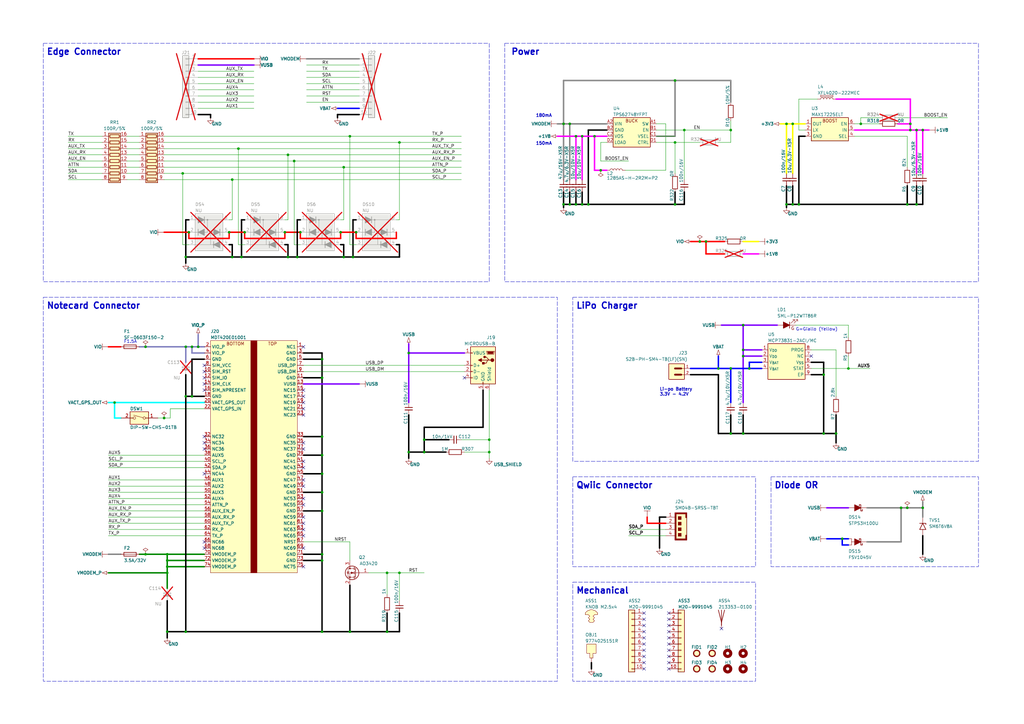
<source format=kicad_sch>
(kicad_sch (version 20230121) (generator eeschema)
  (paper "A3")
  (title_block (title "Notecarrier-B") (date "2023-03-14") (rev "A") (comment 1 "Blues Inc") (comment 2 "Heath Raftery"))
  (junction (at 372.11 208.28))
  (junction (at 299.72 177.8))
  (junction (at 100.33 95.25))
  (junction (at 304.8 146.05))
  (junction (at 342.9 177.8))
  (junction (at 158.75 234.95))
  (junction (at 238.76 55.88))
  (junction (at 74.93 71.12))
  (junction (at 121.92 105.41))
  (junction (at 144.78 105.41))
  (junction (at 143.51 55.88))
  (junction (at 200.66 180.34))
  (junction (at 78.74 162.56))
  (junction (at 116.84 95.25))
  (junction (at 132.08 209.55))
  (junction (at 337.82 177.8))
  (junction (at 299.72 53.34))
  (junction (at 68.58 229.87))
  (junction (at 59.69 227.33))
  (junction (at 123.19 95.25))
  (junction (at 146.05 95.25))
  (junction (at 325.12 50.8))
  (junction (at 132.08 259.08))
  (junction (at 173.99 185.42))
  (junction (at 132.08 229.87))
  (junction (at 231.14 83.82))
  (junction (at 132.08 227.33))
  (junction (at 132.08 194.31))
  (junction (at 132.08 154.94))
  (junction (at 373.38 50.8))
  (junction (at 304.8 177.8))
  (junction (at 299.72 151.13))
  (junction (at 76.2 162.56))
  (junction (at 68.58 227.33))
  (junction (at 95.25 73.66))
  (junction (at 68.58 234.95))
  (junction (at 158.75 259.08))
  (junction (at 132.08 201.93))
  (junction (at 238.76 83.82))
  (junction (at 378.46 208.28))
  (junction (at 304.8 133.35))
  (junction (at 173.99 180.34))
  (junction (at 280.67 53.34))
  (junction (at 132.08 186.69))
  (junction (at 139.7 95.25))
  (junction (at 322.58 83.82))
  (junction (at 347.98 151.13))
  (junction (at 289.56 99.06))
  (junction (at 322.58 50.8))
  (junction (at 46.99 165.1))
  (junction (at 337.82 153.67))
  (junction (at 276.86 83.82))
  (junction (at 307.34 151.13))
  (junction (at 140.97 68.58))
  (junction (at 369.57 208.28))
  (junction (at 294.64 151.13))
  (junction (at 276.86 58.42))
  (junction (at 236.22 83.82))
  (junction (at 95.25 105.41))
  (junction (at 76.2 259.08))
  (junction (at 325.12 83.82))
  (junction (at 81.28 142.24))
  (junction (at 276.86 33.02))
  (junction (at 327.66 83.82))
  (junction (at 163.83 234.95))
  (junction (at 78.74 142.24))
  (junction (at 236.22 55.88))
  (junction (at 375.92 53.34))
  (junction (at 68.58 232.41))
  (junction (at 93.98 95.25))
  (junction (at 120.65 66.04))
  (junction (at 76.2 105.41))
  (junction (at 243.84 55.88))
  (junction (at 163.83 58.42))
  (junction (at 77.47 95.25))
  (junction (at 132.08 179.07))
  (junction (at 372.11 83.82))
  (junction (at 68.58 259.08))
  (junction (at 353.06 50.8))
  (junction (at 143.51 259.08))
  (junction (at 241.3 83.82))
  (junction (at 287.02 99.06))
  (junction (at 118.11 63.5))
  (junction (at 99.06 105.41))
  (junction (at 231.14 50.8))
  (junction (at 132.08 147.32))
  (junction (at 246.38 69.85))
  (junction (at 378.46 53.34))
  (junction (at 200.66 185.42))
  (junction (at 67.31 171.45))
  (junction (at 304.8 143.51))
  (junction (at 167.64 185.42))
  (junction (at 345.44 220.98))
  (junction (at 97.79 60.96))
  (junction (at 59.69 142.24))
  (junction (at 140.97 105.41))
  (junction (at 76.2 142.24))
  (junction (at 233.68 50.8))
  (junction (at 167.64 144.78))
  (junction (at 118.11 105.41))
  (junction (at 373.38 53.34))
  (junction (at 375.92 83.82))
  (junction (at 233.68 83.82))
  (no_connect (at 83.82 222.25))
  (no_connect (at 190.5 154.94))
  (no_connect (at 124.46 170.18))
  (no_connect (at 83.82 160.02))
  (no_connect (at 83.82 152.4))
  (no_connect (at 83.82 181.61))
  (no_connect (at 274.32 271.78))
  (no_connect (at 83.82 154.94))
  (no_connect (at 124.46 142.24))
  (no_connect (at 124.46 196.85))
  (no_connect (at 124.46 217.17))
  (no_connect (at 124.46 199.39))
  (no_connect (at 83.82 224.79))
  (no_connect (at 264.16 271.78))
  (no_connect (at 332.74 146.05))
  (no_connect (at 274.32 254))
  (no_connect (at 274.32 261.62))
  (no_connect (at 124.46 162.56))
  (no_connect (at 124.46 167.64))
  (no_connect (at 83.82 149.86))
  (no_connect (at 264.16 251.46))
  (no_connect (at 274.32 264.16))
  (no_connect (at 274.32 274.32))
  (no_connect (at 124.46 214.63))
  (no_connect (at 83.82 179.07))
  (no_connect (at 124.46 189.23))
  (no_connect (at 264.16 256.54))
  (no_connect (at 124.46 191.77))
  (no_connect (at 264.16 261.62))
  (no_connect (at 264.16 274.32))
  (no_connect (at 124.46 232.41))
  (no_connect (at 83.82 184.15))
  (no_connect (at 124.46 219.71))
  (no_connect (at 124.46 224.79))
  (no_connect (at 124.46 204.47))
  (no_connect (at 124.46 212.09))
  (no_connect (at 274.32 266.7))
  (no_connect (at 274.32 251.46))
  (no_connect (at 124.46 207.01))
  (no_connect (at 264.16 266.7))
  (no_connect (at 124.46 184.15))
  (no_connect (at 124.46 181.61))
  (no_connect (at 83.82 194.31))
  (no_connect (at 264.16 259.08))
  (no_connect (at 274.32 256.54))
  (no_connect (at 274.32 259.08))
  (no_connect (at 274.32 269.24))
  (no_connect (at 83.82 157.48))
  (no_connect (at 264.16 264.16))
  (no_connect (at 124.46 165.1))
  (no_connect (at 124.46 160.02))
  (no_connect (at 264.16 254))
  (no_connect (at 295.91 257.81))
  (no_connect (at 264.16 269.24))
  (wire (pts (xy 231.14 33.02) (xy 231.14 50.8)) (stroke (width 0.6) (color 132 132 132 1)))
  (wire (pts (xy 360.68 48.26) (xy 353.06 48.26)))
  (wire (pts (xy 27.94 71.12) (xy 41.91 71.12)))
  (wire (pts (xy 44.45 217.17) (xy 83.82 217.17)))
  (wire (pts (xy 163.83 100.33) (xy 162.56 100.33)) (stroke (width 0.6) (color 0 0 0 1)))
  (wire (pts (xy 81.28 34.29) (xy 104.14 34.29)))
  (wire (pts (xy 330.2 53.34) (xy 327.66 53.34)))
  (wire (pts (xy 52.07 55.88) (xy 57.15 55.88)))
  (wire (pts (xy 139.7 90.17) (xy 140.97 90.17)))
  (wire (pts (xy 77.47 97.79) (xy 93.98 97.79)) (stroke (width 0.6) (color 255 0 0 1)))
  (wire (pts (xy 68.58 259.08) (xy 68.58 246.38)) (stroke (width 0.6) (color 0 0 0 1)))
  (wire (pts (xy 347.98 146.05) (xy 347.98 151.13)))
  (wire (pts (xy 76.2 142.24) (xy 76.2 148.59)) (stroke (width 0.6) (color 128 128 192 1)))
  (wire (pts (xy 125.73 29.21) (xy 147.32 29.21)))
  (wire (pts (xy 100.33 90.17) (xy 99.06 90.17)) (stroke (width 0.6) (color 0 0 0 1)))
  (wire (pts (xy 241.3 83.82) (xy 276.86 83.82)) (stroke (width 0.6) (color 0 0 0 1)))
  (wire (pts (xy 369.57 208.28) (xy 372.11 208.28)) (stroke (width 0.6) (color 132 132 132 1)))
  (wire (pts (xy 132.08 259.08) (xy 143.51 259.08)) (stroke (width 0.6) (color 0 0 0 1)))
  (wire (pts (xy 86.36 46.99) (xy 86.36 48.26)) (stroke (width 0.6) (color 0 0 0 1)))
  (wire (pts (xy 167.64 165.1) (xy 167.64 144.78)) (stroke (width 0.6) (color 128 0 255 1)))
  (wire (pts (xy 124.46 179.07) (xy 132.08 179.07)) (stroke (width 0.6) (color 0 0 0 1)))
  (wire (pts (xy 294.64 151.13) (xy 294.64 146.05)) (stroke (width 0.6) (color 0 0 255 1)))
  (wire (pts (xy 304.8 104.14) (xy 311.15 104.14)) (stroke (width 0.6) (color 255 0 255 1)))
  (wire (pts (xy 124.46 201.93) (xy 132.08 201.93)) (stroke (width 0.6) (color 0 0 0 1)))
  (wire (pts (xy 322.58 83.82) (xy 322.58 85.09)) (stroke (width 0.6) (color 0 0 0 1)))
  (wire (pts (xy 276.86 55.88) (xy 269.24 55.88)))
  (wire (pts (xy 163.83 234.95) (xy 173.99 234.95)))
  (wire (pts (xy 276.86 58.42) (xy 276.86 71.12)))
  (wire (pts (xy 81.28 137.16) (xy 81.28 142.24)) (stroke (width 0.6) (color 128 128 192 1)))
  (wire (pts (xy 144.78 105.41) (xy 163.83 105.41)) (stroke (width 0.6) (color 0 0 0 1)))
  (wire (pts (xy 304.8 133.35) (xy 295.91 133.35)) (stroke (width 0.6) (color 128 0 255 1)))
  (wire (pts (xy 378.46 53.34) (xy 381 53.34)) (stroke (width 0.6) (color 255 0 255 1)))
  (wire (pts (xy 167.64 170.18) (xy 167.64 185.42)) (stroke (width 0.6) (color 0 0 0 1)))
  (wire (pts (xy 67.31 95.25) (xy 77.47 95.25)) (stroke (width 0.6) (color 255 0 0 1)))
  (wire (pts (xy 100.33 100.33) (xy 97.79 100.33)))
  (wire (pts (xy 347.98 133.35) (xy 347.98 138.43)))
  (wire (pts (xy 294.64 177.8) (xy 299.72 177.8)) (stroke (width 0.6) (color 0 0 0 1)))
  (wire (pts (xy 52.07 63.5) (xy 57.15 63.5)))
  (wire (pts (xy 123.19 95.25) (xy 123.19 97.79)) (stroke (width 0.6) (color 255 0 0 1)))
  (wire (pts (xy 294.64 151.13) (xy 299.72 151.13)) (stroke (width 0.6) (color 0 0 255 1)))
  (wire (pts (xy 378.46 208.28) (xy 378.46 212.09)) (stroke (width 0.6) (color 132 132 132 1)))
  (wire (pts (xy 27.94 55.88) (xy 41.91 55.88)))
  (wire (pts (xy 140.97 105.41) (xy 144.78 105.41)) (stroke (width 0.6) (color 0 0 0 1)))
  (wire (pts (xy 167.64 144.78) (xy 190.5 144.78)) (stroke (width 0.6) (color 128 0 255 1)))
  (wire (pts (xy 67.31 55.88) (xy 143.51 55.88)))
  (wire (pts (xy 345.44 223.52) (xy 345.44 220.98)) (stroke (width 0.6) (color 0 0 255 1)))
  (wire (pts (xy 158.75 259.08) (xy 163.83 259.08)) (stroke (width 0.6) (color 0 0 0 1)))
  (wire (pts (xy 132.08 227.33) (xy 132.08 229.87)) (stroke (width 0.6) (color 0 0 0 1)))
  (wire (pts (xy 44.45 219.71) (xy 83.82 219.71)))
  (wire (pts (xy 269.24 55.88) (xy 276.86 55.88)) (stroke (width 0.6) (color 132 132 132 1)))
  (wire (pts (xy 355.6 222.25) (xy 369.57 222.25)) (stroke (width 0.6) (color 132 132 132 1)))
  (wire (pts (xy 320.04 50.8) (xy 322.58 50.8)) (stroke (width 0.6) (color 255 255 0 1)))
  (wire (pts (xy 69.85 171.45) (xy 67.31 171.45)))
  (wire (pts (xy 200.66 185.42) (xy 190.5 185.42)))
  (wire (pts (xy 140.97 105.41) (xy 140.97 100.33)) (stroke (width 0.6) (color 0 0 0 1)))
  (wire (pts (xy 347.98 208.28) (xy 339.09 208.28)) (stroke (width 0.6) (color 128 0 255 1)))
  (wire (pts (xy 52.07 58.42) (xy 57.15 58.42)))
  (wire (pts (xy 339.09 220.98) (xy 345.44 220.98)) (stroke (width 0.6) (color 0 0 255 1)))
  (wire (pts (xy 140.97 100.33) (xy 139.7 100.33)) (stroke (width 0.6) (color 0 0 0 1)))
  (wire (pts (xy 246.38 69.85) (xy 243.84 69.85)) (stroke (width 0.6) (color 255 0 255 1)))
  (wire (pts (xy 95.25 73.66) (xy 189.23 73.66)))
  (wire (pts (xy 67.31 73.66) (xy 95.25 73.66)))
  (wire (pts (xy 76.2 105.41) (xy 76.2 107.95)) (stroke (width 0.6) (color 0 0 0 1)))
  (wire (pts (xy 276.86 33.02) (xy 276.86 55.88)) (stroke (width 0.6) (color 132 132 132 1)))
  (wire (pts (xy 121.92 105.41) (xy 140.97 105.41)) (stroke (width 0.6) (color 0 0 0 1)))
  (wire (pts (xy 332.74 151.13) (xy 347.98 151.13)))
  (wire (pts (xy 242.57 271.78) (xy 242.57 274.32)) (stroke (width 0.6) (color 0 0 0 1)))
  (wire (pts (xy 132.08 209.55) (xy 132.08 227.33)) (stroke (width 0.6) (color 0 0 0 1)))
  (wire (pts (xy 76.2 259.08) (xy 68.58 259.08)) (stroke (width 0.6) (color 0 0 0 1)))
  (wire (pts (xy 283.21 151.13) (xy 294.64 151.13)) (stroke (width 0.6) (color 0 0 255 1)))
  (wire (pts (xy 238.76 55.88) (xy 236.22 55.88)) (stroke (width 0.6) (color 255 0 255 1)))
  (wire (pts (xy 44.45 207.01) (xy 83.82 207.01)))
  (wire (pts (xy 121.92 90.17) (xy 121.92 105.41)) (stroke (width 0.6) (color 0 0 0 1)))
  (wire (pts (xy 144.78 105.41) (xy 144.78 90.17)) (stroke (width 0.6) (color 0 0 0 1)))
  (wire (pts (xy 373.38 50.8) (xy 373.38 40.64)) (stroke (width 0.6) (color 255 0 255 1)))
  (wire (pts (xy 27.94 66.04) (xy 41.91 66.04)))
  (wire (pts (xy 228.6 50.8) (xy 231.14 50.8)) (stroke (width 0.6) (color 132 132 132 1)))
  (wire (pts (xy 99.06 90.17) (xy 99.06 105.41)) (stroke (width 0.6) (color 0 0 0 1)))
  (wire (pts (xy 100.33 97.79) (xy 116.84 97.79)) (stroke (width 0.6) (color 255 0 0 1)))
  (wire (pts (xy 158.75 234.95) (xy 158.75 243.84)))
  (wire (pts (xy 327.66 53.34) (xy 327.66 40.64)))
  (wire (pts (xy 52.07 68.58) (xy 57.15 68.58)))
  (wire (pts (xy 368.3 48.26) (xy 388.62 48.26)))
  (wire (pts (xy 118.11 100.33) (xy 116.84 100.33)) (stroke (width 0.6) (color 0 0 0 1)))
  (wire (pts (xy 124.46 194.31) (xy 132.08 194.31)) (stroke (width 0.6) (color 0 0 0 1)))
  (wire (pts (xy 289.56 99.06) (xy 289.56 104.14)) (stroke (width 0.6) (color 255 0 0 1)))
  (wire (pts (xy 44.45 165.1) (xy 46.99 165.1)) (stroke (width 0.6) (color 0 255 255 1)))
  (wire (pts (xy 59.69 142.24) (xy 76.2 142.24)) (stroke (width 0.6) (color 128 128 192 1)))
  (wire (pts (xy 76.2 162.56) (xy 78.74 162.56)) (stroke (width 0.6) (color 0 0 0 1)))
  (wire (pts (xy 44.45 214.63) (xy 83.82 214.63)))
  (wire (pts (xy 276.86 83.82) (xy 280.67 83.82)) (stroke (width 0.6) (color 0 0 0 1)))
  (wire (pts (xy 67.31 58.42) (xy 163.83 58.42)))
  (wire (pts (xy 143.51 55.88) (xy 189.23 55.88)))
  (wire (pts (xy 124.46 144.78) (xy 132.08 144.78)) (stroke (width 0.6) (color 0 0 0 1)))
  (wire (pts (xy 97.79 60.96) (xy 189.23 60.96)))
  (wire (pts (xy 231.14 33.02) (xy 276.86 33.02)) (stroke (width 0.6) (color 132 132 132 1)))
  (wire (pts (xy 294.64 58.42) (xy 299.72 58.42)))
  (wire (pts (xy 52.07 73.66) (xy 57.15 73.66)))
  (wire (pts (xy 233.68 50.8) (xy 248.92 50.8)) (stroke (width 0.6) (color 132 132 132 1)))
  (wire (pts (xy 337.82 153.67) (xy 337.82 177.8)) (stroke (width 0.6) (color 0 0 0 1)))
  (wire (pts (xy 327.66 40.64) (xy 335.28 40.64)))
  (wire (pts (xy 123.19 90.17) (xy 121.92 90.17)) (stroke (width 0.6) (color 0 0 0 1)))
  (wire (pts (xy 372.11 55.88) (xy 350.52 55.88)))
  (wire (pts (xy 44.45 212.09) (xy 83.82 212.09)))
  (wire (pts (xy 373.38 40.64) (xy 342.9 40.64)) (stroke (width 0.6) (color 255 0 255 1)))
  (wire (pts (xy 132.08 186.69) (xy 132.08 194.31)) (stroke (width 0.6) (color 0 0 0 1)))
  (wire (pts (xy 325.12 50.8) (xy 322.58 50.8)) (stroke (width 0.6) (color 255 255 0 1)))
  (wire (pts (xy 95.25 105.41) (xy 95.25 100.33)) (stroke (width 0.6) (color 0 0 0 1)))
  (wire (pts (xy 233.68 50.8) (xy 233.68 73.66)) (stroke (width 0.6) (color 132 132 132 1)))
  (wire (pts (xy 132.08 147.32) (xy 132.08 154.94)) (stroke (width 0.6) (color 0 0 0 1)))
  (wire (pts (xy 163.83 105.41) (xy 163.83 100.33)) (stroke (width 0.6) (color 0 0 0 1)))
  (wire (pts (xy 304.8 177.8) (xy 337.82 177.8)) (stroke (width 0.6) (color 0 0 0 1)))
  (wire (pts (xy 99.06 105.41) (xy 118.11 105.41)) (stroke (width 0.6) (color 0 0 0 1)))
  (wire (pts (xy 372.11 208.28) (xy 378.46 208.28)) (stroke (width 0.6) (color 132 132 132 1)))
  (wire (pts (xy 342.9 177.8) (xy 342.9 170.18)) (stroke (width 0.6) (color 0 0 0 1)))
  (wire (pts (xy 138.43 44.45) (xy 147.32 44.45)) (stroke (width 0.6) (color 0 0 255 1)))
  (wire (pts (xy 44.45 196.85) (xy 83.82 196.85)))
  (wire (pts (xy 118.11 63.5) (xy 118.11 90.17)))
  (wire (pts (xy 44.45 204.47) (xy 83.82 204.47)))
  (wire (pts (xy 76.2 162.56) (xy 76.2 259.08)) (stroke (width 0.6) (color 0 0 0 1)))
  (wire (pts (xy 276.86 33.02) (xy 299.72 33.02)) (stroke (width 0.6) (color 132 132 132 1)))
  (wire (pts (xy 27.94 63.5) (xy 41.91 63.5)))
  (wire (pts (xy 97.79 100.33) (xy 97.79 60.96)))
  (wire (pts (xy 68.58 227.33) (xy 83.82 227.33)) (stroke (width 0.6) (color 0 132 0 1)))
  (wire (pts (xy 173.99 180.34) (xy 184.15 180.34)) (stroke (width 0.6) (color 0 0 0 1)))
  (wire (pts (xy 139.7 95.25) (xy 146.05 95.25)) (stroke (width 0.6) (color 255 0 0 1)))
  (wire (pts (xy 265.43 214.63) (xy 273.05 214.63)) (stroke (width 0.6) (color 255 0 0 1)))
  (wire (pts (xy 327.66 55.88) (xy 327.66 83.82)) (stroke (width 0.6) (color 0 0 0 1)))
  (wire (pts (xy 124.46 209.55) (xy 132.08 209.55)) (stroke (width 0.6) (color 0 0 0 1)))
  (wire (pts (xy 67.31 171.45) (xy 64.77 171.45)))
  (wire (pts (xy 332.74 143.51) (xy 342.9 143.51)))
  (wire (pts (xy 77.47 100.33) (xy 74.93 100.33)))
  (wire (pts (xy 265.43 212.09) (xy 265.43 214.63)) (stroke (width 0.6) (color 255 0 0 1)))
  (wire (pts (xy 257.81 219.71) (xy 273.05 219.71)))
  (wire (pts (xy 246.38 66.04) (xy 257.81 66.04)))
  (wire (pts (xy 276.86 58.42) (xy 287.02 58.42)))
  (wire (pts (xy 78.74 144.78) (xy 83.82 144.78)) (stroke (width 0.6) (color 128 128 192 1)))
  (wire (pts (xy 123.19 100.33) (xy 120.65 100.33)))
  (wire (pts (xy 276.86 83.82) (xy 276.86 78.74)) (stroke (width 0.6) (color 0 0 0 1)))
  (wire (pts (xy 118.11 105.41) (xy 121.92 105.41)) (stroke (width 0.6) (color 0 0 0 1)))
  (wire (pts (xy 322.58 50.8) (xy 322.58 71.12)) (stroke (width 0.6) (color 255 255 0 1)))
  (wire (pts (xy 243.84 69.85) (xy 243.84 55.88)) (stroke (width 0.6) (color 255 0 255 1)))
  (wire (pts (xy 140.97 68.58) (xy 140.97 90.17)))
  (wire (pts (xy 116.84 90.17) (xy 118.11 90.17)))
  (wire (pts (xy 124.46 154.94) (xy 132.08 154.94)) (stroke (width 0.6) (color 0 0 0 1)))
  (wire (pts (xy 345.44 223.52) (xy 347.98 223.52)) (stroke (width 0.6) (color 0 0 255 1)))
  (wire (pts (xy 327.66 55.88) (xy 330.2 55.88)) (stroke (width 0.6) (color 0 0 0 1)))
  (wire (pts (xy 378.46 76.2) (xy 378.46 83.82)) (stroke (width 0.6) (color 0 0 0 1)))
  (wire (pts (xy 67.31 68.58) (xy 140.97 68.58)))
  (wire (pts (xy 270.51 212.09) (xy 273.05 212.09)) (stroke (width 0.6) (color 0 0 0 1)))
  (wire (pts (xy 241.3 83.82) (xy 238.76 83.82)) (stroke (width 0.6) (color 0 0 0 1)))
  (wire (pts (xy 132.08 154.94) (xy 132.08 179.07)) (stroke (width 0.6) (color 0 0 0 1)))
  (wire (pts (xy 59.69 227.33) (xy 68.58 227.33)) (stroke (width 0.6) (color 0 132 0 1)))
  (wire (pts (xy 81.28 26.67) (xy 104.14 26.67)) (stroke (width 0.6) (color 128 0 255 1)))
  (wire (pts (xy 81.28 142.24) (xy 83.82 142.24)) (stroke (width 0.6) (color 128 128 192 1)))
  (wire (pts (xy 140.97 68.58) (xy 189.23 68.58)))
  (wire (pts (xy 246.38 69.85) (xy 248.92 69.85)) (stroke (width 0.6) (color 255 0 255 1)))
  (wire (pts (xy 146.05 95.25) (xy 146.05 97.79)) (stroke (width 0.6) (color 255 0 0 1)))
  (wire (pts (xy 81.28 41.91) (xy 104.14 41.91)))
  (wire (pts (xy 125.73 39.37) (xy 147.32 39.37)))
  (wire (pts (xy 307.34 151.13) (xy 312.42 151.13)) (stroke (width 0.6) (color 0 0 255 1)))
  (wire (pts (xy 44.45 189.23) (xy 83.82 189.23)))
  (wire (pts (xy 375.92 83.82) (xy 375.92 76.2)) (stroke (width 0.6) (color 0 0 0 1)))
  (wire (pts (xy 124.46 157.48) (xy 147.32 157.48)) (stroke (width 0.6) (color 128 0 255 1)))
  (wire (pts (xy 139.7 97.79) (xy 139.7 95.25)) (stroke (width 0.6) (color 255 0 0 1)))
  (wire (pts (xy 67.31 60.96) (xy 97.79 60.96)))
  (wire (pts (xy 307.34 151.13) (xy 307.34 148.59)) (stroke (width 0.6) (color 0 0 255 1)))
  (wire (pts (xy 228.6 55.88) (xy 236.22 55.88)) (stroke (width 0.6) (color 255 0 255 1)))
  (wire (pts (xy 322.58 83.82) (xy 322.58 76.2)) (stroke (width 0.6) (color 0 0 0 1)))
  (wire (pts (xy 125.73 31.75) (xy 147.32 31.75)))
  (wire (pts (xy 294.64 153.67) (xy 294.64 177.8)) (stroke (width 0.6) (color 0 0 0 1)))
  (wire (pts (xy 236.22 55.88) (xy 236.22 73.66)) (stroke (width 0.6) (color 255 0 255 1)))
  (wire (pts (xy 76.2 153.67) (xy 76.2 162.56)) (stroke (width 0.6) (color 0 0 0 1)))
  (wire (pts (xy 74.93 100.33) (xy 74.93 71.12)))
  (wire (pts (xy 273.05 69.85) (xy 273.05 50.8)))
  (wire (pts (xy 52.07 71.12) (xy 57.15 71.12)))
  (wire (pts (xy 76.2 90.17) (xy 76.2 105.41)) (stroke (width 0.6) (color 0 0 0 1)))
  (wire (pts (xy 68.58 229.87) (xy 83.82 229.87)) (stroke (width 0.6) (color 0 132 0 1)))
  (wire (pts (xy 373.38 53.34) (xy 373.38 50.8)) (stroke (width 0.6) (color 255 0 255 1)))
  (wire (pts (xy 125.73 24.13) (xy 147.32 24.13)) (stroke (width 0.6) (color 132 132 132 1)))
  (wire (pts (xy 246.38 58.42) (xy 246.38 66.04)))
  (wire (pts (xy 236.22 83.82) (xy 238.76 83.82)) (stroke (width 0.6) (color 0 0 0 1)))
  (wire (pts (xy 299.72 151.13) (xy 307.34 151.13)) (stroke (width 0.6) (color 0 0 255 1)))
  (wire (pts (xy 158.75 234.95) (xy 163.83 234.95)))
  (wire (pts (xy 231.14 50.8) (xy 231.14 73.66)) (stroke (width 0.6) (color 132 132 132 1)))
  (wire (pts (xy 299.72 177.8) (xy 299.72 170.18)) (stroke (width 0.6) (color 0 0 0 1)))
  (wire (pts (xy 95.25 100.33) (xy 93.98 100.33)) (stroke (width 0.6) (color 0 0 0 1)))
  (wire (pts (xy 304.8 143.51) (xy 312.42 143.51)) (stroke (width 0.6) (color 128 0 255 1)))
  (wire (pts (xy 124.46 149.86) (xy 190.5 149.86)))
  (wire (pts (xy 375.92 53.34) (xy 375.92 71.12)) (stroke (width 0.6) (color 255 0 255 1)))
  (wire (pts (xy 304.8 143.51) (xy 304.8 146.05)) (stroke (width 0.6) (color 128 0 255 1)))
  (wire (pts (xy 132.08 144.78) (xy 132.08 147.32)) (stroke (width 0.6) (color 0 0 0 1)))
  (wire (pts (xy 68.58 229.87) (xy 68.58 232.41)) (stroke (width 0.6) (color 0 132 0 1)))
  (wire (pts (xy 322.58 83.82) (xy 325.12 83.82)) (stroke (width 0.6) (color 0 0 0 1)))
  (wire (pts (xy 95.25 90.17) (xy 95.25 73.66)))
  (wire (pts (xy 167.64 187.96) (xy 167.64 185.42)) (stroke (width 0.6) (color 0 0 0 1)))
  (wire (pts (xy 200.66 185.42) (xy 200.66 187.96)))
  (wire (pts (xy 236.22 83.82) (xy 236.22 78.74)) (stroke (width 0.6) (color 0 0 0 1)))
  (wire (pts (xy 325.12 50.8) (xy 325.12 71.12)) (stroke (width 0.6) (color 255 255 0 1)))
  (wire (pts (xy 337.82 177.8) (xy 342.9 177.8)) (stroke (width 0.6) (color 0 0 0 1)))
  (wire (pts (xy 44.45 191.77) (xy 83.82 191.77)))
  (wire (pts (xy 327.66 83.82) (xy 325.12 83.82)) (stroke (width 0.6) (color 0 0 0 1)))
  (wire (pts (xy 132.08 229.87) (xy 132.08 259.08)) (stroke (width 0.6) (color 0 0 0 1)))
  (wire (pts (xy 124.46 186.69) (xy 132.08 186.69)) (stroke (width 0.6) (color 0 0 0 1)))
  (wire (pts (xy 81.28 36.83) (xy 104.14 36.83)))
  (wire (pts (xy 231.14 83.82) (xy 233.68 83.82)) (stroke (width 0.6) (color 0 0 0 1)))
  (wire (pts (xy 46.99 171.45) (xy 49.53 171.45)) (stroke (width 0.6) (color 0 255 255 1)))
  (wire (pts (xy 158.75 259.08) (xy 158.75 251.46)) (stroke (width 0.6) (color 0 0 0 1)))
  (wire (pts (xy 299.72 53.34) (xy 299.72 49.53)))
  (wire (pts (xy 372.11 83.82) (xy 375.92 83.82)) (stroke (width 0.6) (color 0 0 0 1)))
  (wire (pts (xy 76.2 142.24) (xy 78.74 142.24)) (stroke (width 0.6) (color 128 128 192 1)))
  (wire (pts (xy 163.83 259.08) (xy 163.83 251.46)) (stroke (width 0.6) (color 0 0 0 1)))
  (wire (pts (xy 372.11 83.82) (xy 372.11 76.2)) (stroke (width 0.6) (color 0 0 0 1)))
  (wire (pts (xy 200.66 180.34) (xy 200.66 160.02)))
  (wire (pts (xy 93.98 97.79) (xy 93.98 95.25)) (stroke (width 0.6) (color 255 0 0 1)))
  (wire (pts (xy 143.51 55.88) (xy 143.51 100.33)))
  (wire (pts (xy 231.14 83.82) (xy 231.14 78.74)) (stroke (width 0.6) (color 0 0 0 1)))
  (wire (pts (xy 143.51 229.87) (xy 143.51 222.25)))
  (wire (pts (xy 57.15 142.24) (xy 59.69 142.24)) (stroke (width 0.6) (color 128 128 192 1)))
  (wire (pts (xy 167.64 185.42) (xy 173.99 185.42)) (stroke (width 0.6) (color 0 0 0 1)))
  (wire (pts (xy 304.8 133.35) (xy 318.77 133.35)) (stroke (width 0.6) (color 128 0 255 1)))
  (wire (pts (xy 248.92 58.42) (xy 246.38 58.42)))
  (wire (pts (xy 81.28 31.75) (xy 104.14 31.75)))
  (wire (pts (xy 146.05 100.33) (xy 143.51 100.33)))
  (wire (pts (xy 243.84 55.88) (xy 238.76 55.88)) (stroke (width 0.6) (color 255 0 255 1)))
  (wire (pts (xy 27.94 58.42) (xy 41.91 58.42)))
  (wire (pts (xy 132.08 201.93) (xy 132.08 209.55)) (stroke (width 0.6) (color 0 0 0 1)))
  (wire (pts (xy 163.83 58.42) (xy 163.83 90.17)))
  (wire (pts (xy 81.28 46.99) (xy 86.36 46.99)) (stroke (width 0.6) (color 0 0 0 1)))
  (wire (pts (xy 44.45 142.24) (xy 49.53 142.24)) (stroke (width 0.6) (color 255 0 0 1)))
  (wire (pts (xy 280.67 83.82) (xy 280.67 78.74)) (stroke (width 0.6) (color 0 0 0 1)))
  (wire (pts (xy 337.82 148.59) (xy 332.74 148.59)) (stroke (width 0.6) (color 0 0 0 1)))
  (wire (pts (xy 287.02 99.06) (xy 289.56 99.06)) (stroke (width 0.6) (color 255 0 0 1)))
  (wire (pts (xy 233.68 83.82) (xy 233.68 78.74)) (stroke (width 0.6) (color 0 0 0 1)))
  (wire (pts (xy 44.45 199.39) (xy 83.82 199.39)))
  (wire (pts (xy 46.99 165.1) (xy 83.82 165.1)) (stroke (width 0.6) (color 0 255 255 1)))
  (wire (pts (xy 378.46 219.71) (xy 378.46 227.33)) (stroke (width 0.6) (color 0 0 0 1)))
  (wire (pts (xy 311.15 99.06) (xy 304.8 99.06)) (stroke (width 0.6) (color 255 255 0 1)))
  (wire (pts (xy 143.51 222.25) (xy 124.46 222.25)))
  (wire (pts (xy 143.51 259.08) (xy 158.75 259.08)) (stroke (width 0.6) (color 0 0 0 1)))
  (wire (pts (xy 81.28 24.13) (xy 104.14 24.13)) (stroke (width 0.6) (color 255 0 0 1)))
  (wire (pts (xy 69.85 167.64) (xy 69.85 171.45)))
  (wire (pts (xy 163.83 234.95) (xy 163.83 246.38)))
  (wire (pts (xy 44.45 227.33) (xy 49.53 227.33)) (stroke (width 0.6) (color 132 132 132 1)))
  (wire (pts (xy 269.24 58.42) (xy 276.86 58.42)))
  (wire (pts (xy 151.13 234.95) (xy 158.75 234.95)))
  (wire (pts (xy 342.9 143.51) (xy 342.9 162.56)))
  (wire (pts (xy 304.8 177.8) (xy 304.8 170.18)) (stroke (width 0.6) (color 0 0 0 1)))
  (wire (pts (xy 304.8 133.35) (xy 304.8 143.51)) (stroke (width 0.6) (color 128 0 255 1)))
  (wire (pts (xy 76.2 259.08) (xy 132.08 259.08)) (stroke (width 0.6) (color 0 0 0 1)))
  (wire (pts (xy 67.31 71.12) (xy 74.93 71.12)))
  (wire (pts (xy 283.21 153.67) (xy 294.64 153.67)) (stroke (width 0.6) (color 0 0 0 1)))
  (wire (pts (xy 78.74 147.32) (xy 83.82 147.32)) (stroke (width 0.6) (color 0 0 0 1)))
  (wire (pts (xy 68.58 232.41) (xy 68.58 234.95)) (stroke (width 0.6) (color 0 132 0 1)))
  (wire (pts (xy 27.94 68.58) (xy 41.91 68.58)))
  (wire (pts (xy 270.51 224.79) (xy 270.51 212.09)) (stroke (width 0.6) (color 0 0 0 1)))
  (wire (pts (xy 173.99 175.26) (xy 173.99 180.34)) (stroke (width 0.6) (color 0 0 0 1)))
  (wire (pts (xy 100.33 95.25) (xy 100.33 97.79)) (stroke (width 0.6) (color 255 0 0 1)))
  (wire (pts (xy 289.56 99.06) (xy 297.18 99.06)) (stroke (width 0.6) (color 255 0 0 1)))
  (wire (pts (xy 372.11 68.58) (xy 372.11 55.88)))
  (wire (pts (xy 304.8 146.05) (xy 304.8 165.1)) (stroke (width 0.6) (color 128 0 255 1)))
  (wire (pts (xy 350.52 53.34) (xy 373.38 53.34)) (stroke (width 0.6) (color 255 0 255 1)))
  (wire (pts (xy 52.07 66.04) (xy 57.15 66.04)))
  (wire (pts (xy 44.45 201.93) (xy 83.82 201.93)))
  (wire (pts (xy 289.56 104.14) (xy 297.18 104.14)) (stroke (width 0.6) (color 255 0 0 1)))
  (wire (pts (xy 280.67 53.34) (xy 269.24 53.34)))
  (wire (pts (xy 173.99 185.42) (xy 182.88 185.42)) (stroke (width 0.6) (color 0 0 0 1)))
  (wire (pts (xy 78.74 144.78) (xy 78.74 142.24)) (stroke (width 0.6) (color 128 128 192 1)))
  (wire (pts (xy 124.46 229.87) (xy 132.08 229.87)) (stroke (width 0.6) (color 0 0 0 1)))
  (wire (pts (xy 173.99 175.26) (xy 198.12 175.26)) (stroke (width 0.6) (color 0 0 0 1)))
  (wire (pts (xy 304.8 146.05) (xy 312.42 146.05)) (stroke (width 0.6) (color 128 0 255 1)))
  (wire (pts (xy 52.07 60.96) (xy 57.15 60.96)))
  (wire (pts (xy 124.46 152.4) (xy 190.5 152.4)))
  (wire (pts (xy 67.31 66.04) (xy 120.65 66.04)))
  (wire (pts (xy 347.98 151.13) (xy 356.87 151.13)))
  (wire (pts (xy 378.46 71.12) (xy 378.46 53.34)) (stroke (width 0.6) (color 255 0 255 1)))
  (wire (pts (xy 273.05 50.8) (xy 269.24 50.8)))
  (wire (pts (xy 83.82 167.64) (xy 69.85 167.64)))
  (wire (pts (xy 125.73 34.29) (xy 147.32 34.29)))
  (wire (pts (xy 118.11 63.5) (xy 189.23 63.5)))
  (wire (pts (xy 81.28 39.37) (xy 104.14 39.37)))
  (wire (pts (xy 325.12 83.82) (xy 325.12 76.2)) (stroke (width 0.6) (color 0 0 0 1)))
  (wire (pts (xy 337.82 148.59) (xy 337.82 153.67)) (stroke (width 0.6) (color 0 0 0 1)))
  (wire (pts (xy 46.99 165.1) (xy 46.99 171.45)) (stroke (width 0.6) (color 0 255 255 1)))
  (wire (pts (xy 189.23 180.34) (xy 200.66 180.34)))
  (wire (pts (xy 200.66 180.34) (xy 200.66 185.42)))
  (wire (pts (xy 44.45 234.95) (xy 68.58 234.95)) (stroke (width 0.6) (color 0 132 0 1)))
  (wire (pts (xy 78.74 162.56) (xy 83.82 162.56)) (stroke (width 0.6) (color 0 0 0 1)))
  (wire (pts (xy 68.58 259.08) (xy 68.58 261.62)) (stroke (width 0.6) (color 0 0 0 1)))
  (wire (pts (xy 373.38 50.8) (xy 368.3 50.8)) (stroke (width 0.6) (color 255 0 255 1)))
  (wire (pts (xy 76.2 105.41) (xy 95.25 105.41)) (stroke (width 0.6) (color 0 0 0 1)))
  (wire (pts (xy 173.99 180.34) (xy 173.99 185.42)) (stroke (width 0.6) (color 0 0 0 1)))
  (wire (pts (xy 27.94 60.96) (xy 41.91 60.96)))
  (wire (pts (xy 116.84 95.25) (xy 116.84 97.79)) (stroke (width 0.6) (color 255 0 0 1)))
  (wire (pts (xy 233.68 83.82) (xy 236.22 83.82)) (stroke (width 0.6) (color 0 0 0 1)))
  (wire (pts (xy 326.39 133.35) (xy 347.98 133.35)))
  (wire (pts (xy 93.98 90.17) (xy 95.25 90.17)))
  (wire (pts (xy 241.3 53.34) (xy 248.92 53.34)) (stroke (width 0.6) (color 0 0 0 1)))
  (wire (pts (xy 93.98 95.25) (xy 100.33 95.25)) (stroke (width 0.6) (color 255 0 0 1)))
  (wire (pts (xy 312.42 148.59) (xy 307.34 148.59)) (stroke (width 0.6) (color 0 0 255 1)))
  (wire (pts (xy 44.45 186.69) (xy 83.82 186.69)))
  (wire (pts (xy 95.25 105.41) (xy 99.06 105.41)) (stroke (width 0.6) (color 0 0 0 1)))
  (wire (pts (xy 299.72 58.42) (xy 299.72 53.34)))
  (wire (pts (xy 353.06 48.26) (xy 353.06 50.8)))
  (wire (pts (xy 78.74 142.24) (xy 81.28 142.24)) (stroke (width 0.6) (color 128 128 192 1)))
  (wire (pts (xy 345.44 220.98) (xy 347.98 220.98)) (stroke (width 0.6) (color 0 0 255 1)))
  (wire (pts (xy 167.64 144.78) (xy 167.64 140.97)) (stroke (width 0.6) (color 128 0 255 1)))
  (wire (pts (xy 198.12 175.26) (xy 198.12 160.02)) (stroke (width 0.6) (color 0 0 0 1)))
  (wire (pts (xy 369.57 208.28) (xy 369.57 222.25)) (stroke (width 0.6) (color 132 132 132 1)))
  (wire (pts (xy 147.32 46.99) (xy 138.43 46.99)) (stroke (width 0.6) (color 0 0 0 1)))
  (wire (pts (xy 120.65 66.04) (xy 189.23 66.04)))
  (wire (pts (xy 238.76 83.82) (xy 238.76 78.74)) (stroke (width 0.6) (color 0 0 0 1)))
  (wire (pts (xy 375.92 83.82) (xy 378.46 83.82)) (stroke (width 0.6) (color 0 0 0 1)))
  (wire (pts (xy 162.56 90.17) (xy 163.83 90.17)))
  (wire (pts (xy 238.76 55.88) (xy 238.76 73.66)) (stroke (width 0.6) (color 255 0 255 1)))
  (wire (pts (xy 74.93 71.12) (xy 189.23 71.12)))
  (wire (pts (xy 280.67 53.34) (xy 299.72 53.34)))
  (wire (pts (xy 116.84 95.25) (xy 123.19 95.25)) (stroke (width 0.6) (color 255 0 0 1)))
  (wire (pts (xy 163.83 58.42) (xy 189.23 58.42)))
  (wire (pts (xy 327.66 83.82) (xy 372.11 83.82)) (stroke (width 0.6) (color 0 0 0 1)))
  (wire (pts (xy 299.72 41.91) (xy 299.72 33.02)) (stroke (width 0.6) (color 132 132 132 1)))
  (wire (pts (xy 125.73 36.83) (xy 147.32 36.83)))
  (wire (pts (xy 337.82 153.67) (xy 332.74 153.67)) (stroke (width 0.6) (color 0 0 0 1)))
  (wire (pts (xy 299.72 151.13) (xy 299.72 165.1)) (stroke (width 0.6) (color 0 0 255 1)))
  (wire (pts (xy 299.72 177.8) (xy 304.8 177.8)) (stroke (width 0.6) (color 0 0 0 1)))
  (wire (pts (xy 67.31 63.5) (xy 118.11 63.5)))
  (wire (pts (xy 342.9 177.8) (xy 342.9 181.61)) (stroke (width 0.6) (color 0 0 0 1)))
  (wire (pts (xy 77.47 95.25) (xy 77.47 97.79)) (stroke (width 0.6) (color 255 0 0 1)))
  (wire (pts (xy 144.78 90.17) (xy 146.05 90.17)) (stroke (width 0.6) (color 0 0 0 1)))
  (wire (pts (xy 44.45 209.55) (xy 83.82 209.55)))
  (wire (pts (xy 143.51 240.03) (xy 143.51 259.08)) (stroke (width 0.6) (color 0 0 0 1)))
  (wire (pts (xy 256.54 69.85) (xy 273.05 69.85)))
  (wire (pts (xy 120.65 66.04) (xy 120.65 100.33)))
  (wire (pts (xy 231.14 83.82) (xy 231.14 85.09)) (stroke (width 0.6) (color 0 0 0 1)))
  (wire (pts (xy 350.52 50.8) (xy 353.06 50.8)))
  (wire (pts (xy 375.92 53.34) (xy 378.46 53.34)) (stroke (width 0.6) (color 255 0 255 1)))
  (wire (pts (xy 124.46 147.32) (xy 132.08 147.32)) (stroke (width 0.6) (color 0 0 0 1)))
  (wire (pts (xy 248.92 55.88) (xy 243.84 55.88)) (stroke (width 0.6) (color 255 0 255 1)))
  (wire (pts (xy 78.74 147.32) (xy 78.74 162.56)) (stroke (width 0.6) (color 0 0 0 1)))
  (wire (pts (xy 353.06 50.8) (xy 360.68 50.8)))
  (wire (pts (xy 27.94 73.66) (xy 41.91 73.66)))
  (wire (pts (xy 124.46 227.33) (xy 132.08 227.33)) (stroke (width 0.6) (color 0 0 0 1)))
  (wire (pts (xy 257.81 217.17) (xy 273.05 217.17)))
  (wire (pts (xy 378.46 205.74) (xy 378.46 208.28)) (stroke (width 0.6) (color 132 132 132 1)))
  (wire (pts (xy 325.12 50.8) (xy 330.2 50.8)) (stroke (width 0.6) (color 255 255 0 1)))
  (wire (pts (xy 81.28 44.45) (xy 104.14 44.45)))
  (wire (pts (xy 233.68 50.8) (xy 231.14 50.8)) (stroke (width 0.6) (color 132 132 132 1)))
  (wire (pts (xy 118.11 105.41) (xy 118.11 100.33)) (stroke (width 0.6) (color 0 0 0 1)))
  (wire (pts (xy 132.08 194.31) (xy 132.08 201.93)) (stroke (width 0.6) (color 0 0 0 1)))
  (wire (pts (xy 125.73 26.67) (xy 147.32 26.67)))
  (wire (pts (xy 373.38 53.34) (xy 375.92 53.34)) (stroke (width 0.6) (color 255 0 255 1)))
  (wire (pts (xy 146.05 97.79) (xy 162.56 97.79)) (stroke (width 0.6) (color 255 0 0 1)))
  (wire (pts (xy 283.21 99.06) (xy 287.02 99.06)) (stroke (width 0.6) (color 255 0 0 1)))
  (wire (pts (xy 81.28 29.21) (xy 104.14 29.21)))
  (wire (pts (xy 132.08 179.07) (xy 132.08 186.69)) (stroke (width 0.6) (color 0 0 0 1)))
  (wire (pts (xy 123.19 97.79) (xy 139.7 97.79)) (stroke (width 0.6) (color 255 0 0 1)))
  (wire (pts (xy 68.58 227.33) (xy 68.58 229.87)) (stroke (width 0.6) (color 0 132 0 1)))
  (wire (pts (xy 241.3 53.34) (xy 241.3 83.82)) (stroke (width 0.6) (color 0 0 0 1)))
  (wire (pts (xy 68.58 234.95) (xy 68.58 241.3)) (stroke (width 0.6) (color 0 132 0 1)))
  (wire (pts (xy 355.6 208.28) (xy 369.57 208.28)) (stroke (width 0.6) (color 132 132 132 1)))
  (wire (pts (xy 77.47 90.17) (xy 76.2 90.17)) (stroke (width 0.6) (color 0 0 0 1)))
  (wire (pts (xy 68.58 232.41) (xy 83.82 232.41)) (stroke (width 0.6) (color 0 132 0 1)))
  (wire (pts (xy 162.56 97.79) (xy 162.56 95.25)) (stroke (width 0.6) (color 255 0 0 1)))
  (wire (pts (xy 138.43 46.99) (xy 138.43 48.26)) (stroke (width 0.6) (color 0 0 0 1)))
  (wire (pts (xy 280.67 73.66) (xy 280.67 53.34)))
  (wire (pts (xy 57.15 227.33) (xy 59.69 227.33)) (stroke (width 0.6) (color 0 132 0 1)))
  (wire (pts (xy 125.73 41.91) (xy 147.32 41.91)))
  (rectangle (start 234.95 238.76) (end 309.88 279.4) (stroke (width 0) (type dash)))
  (rectangle (start 234.95 195.58) (end 309.88 232.41) (stroke (width 0) (type dash)))
  (rectangle (start 17.78 121.92) (end 228.6 279.4) (stroke (width 0) (type dash)))
  (rectangle (start 207.01 17.78) (end 401.32 115.57) (stroke (width 0) (type dash)))
  (rectangle (start 316.23 195.58) (end 401.32 232.41) (stroke (width 0) (type dash)))
  (rectangle (start 17.78 17.78) (end 200.66 115.57) (stroke (width 0) (type dash)))
  (rectangle (start 234.95 121.92) (end 401.32 189.23) (stroke (width 0) (type dash)))
  (text "LiPo Charger" (at 236.22 127 0) (effects (font (size 2.54 2.54) (thickness 0.508) bold) (justify left bottom)))
  (text "Mechanical" (at 236.22 243.84 0) (effects (font (size 2.54 2.54) (thickness 0.508) bold) (justify left bottom)))
  (text "G=Giallo (Yellow)" (at 326.39 135.89 0) (effects (font (size 1.27 1.27)) (justify left bottom)))
  (text "Qwiic Connector" (at 236.22 200.66 0) (effects (font (size 2.54 2.54) (thickness 0.508) bold) (justify left bottom)))
  (text "150mA" (at 219.71 59.69 0) (effects (font (size 1.27 1.27) (thickness 0.254) bold) (justify left bottom)))
  (text "180mA" (at 219.71 48.26 0) (effects (font (size 1.27 1.27) (thickness 0.254) bold) (justify left bottom)))
  (text "Li-po Battery\n3.3V - 4.2V" (at 270.51 162.56 0) (effects (font (size 1.27 1.27) bold) (justify left bottom)))
  (text "F1.5A" (at 50.8 140.97 0) (effects (font (size 1.27 1.27)) (justify left bottom)))
  (text "Edge Connector" (at 19.05 22.86 0) (effects (font (size 2.54 2.54) (thickness 0.508) bold) (justify left bottom)))
  (text "Notecard Connector" (at 19.05 127 0) (effects (font (size 2.54 2.54) (thickness 0.508) bold) (justify left bottom)))
  (text "Power" (at 209.55 22.86 0) (effects (font (size 2.54 2.54) (thickness 0.508) bold) (justify left bottom)))
  (text "Diode OR" (at 317.5 200.66 0) (effects (font (size 2.54 2.54) (thickness 0.508) bold) (justify left bottom)))
  (label "AUX4" (at 44.45 204.47 0))
  (label "AUX3" (at 92.71 39.37 0))
  (label "RX" (at 132.08 26.67 0))
  (label "AUX_TX" (at 27.94 60.96 0))
  (label "RX" (at 27.94 58.42 0))
  (label "SDA_P" (at 177.165 71.12 0))
  (label "USB_DM" (at 149.86 152.4 0))
  (label "RST" (at 132.08 39.37 0))
  (label "RX_P" (at 44.45 217.17 0))
  (label "AUX2" (at 44.45 199.39 0))
  (label "AUX_TX" (at 92.71 29.21 0))
  (label "ATTN" (at 27.94 68.58 0))
  (label "AUX_RX_P" (at 44.45 212.09 0))
  (label "BOOST_EN" (at 388.62 48.26 180))
  (label "ATTN_P" (at 177.165 68.58 0))
  (label "AUX_TX_P" (at 44.45 214.63 0))
  (label "AUX_EN_P" (at 44.45 209.55 0))
  (label "AUX_EN_P" (at 177.165 66.04 0))
  (label "NRST" (at 137.16 222.25 0))
  (label "RST" (at 167.64 234.95 0))
  (label "TX" (at 27.94 55.88 0))
  (label "TX" (at 132.08 29.21 0))
  (label "AUX5" (at 44.45 186.69 0))
  (label "AUX_RX" (at 27.94 63.5 0))
  (label "RX_P" (at 177.165 58.42 0))
  (label "SDA" (at 27.94 71.12 0))
  (label "TX_P" (at 44.45 219.71 0))
  (label "AUX1" (at 92.71 44.45 0))
  (label "AUX_EN" (at 92.71 34.29 0))
  (label "AUX_EN" (at 27.94 66.04 0))
  (label "TX_P" (at 177.165 55.88 0))
  (label "AUX2" (at 92.71 41.91 0))
  (label "AUX_RX_P" (at 177.165 63.5 0))
  (label "AUX_TX_P" (at 177.165 60.96 0))
  (label "USB_DP" (at 149.86 149.86 0))
  (label "EN" (at 132.08 41.91 0))
  (label "SCL" (at 27.94 73.66 0))
  (label "SDA_P" (at 44.45 191.77 0))
  (label "AUX4" (at 92.71 36.83 0))
  (label "ATTN" (at 132.08 36.83 0))
  (label "ATTN_P" (at 44.45 207.01 0))
  (label "BOOST_EN" (at 257.81 66.04 180))
  (label "AUX1" (at 44.45 196.85 0))
  (label "EN" (at 284.48 53.34 0))
  (label "SCL_P" (at 257.81 219.71 0) (effects (font bold)))
  (label "AUX5" (at 356.87 151.13 180) (effects (font bold)))
  (label "SDA_P" (at 257.81 217.17 0) (effects (font bold)))
  (label "SDA" (at 132.08 31.75 0))
  (label "AUX_RX" (at 92.71 31.75 0))
  (label "SCL" (at 132.08 34.29 0))
  (label "SCL_P" (at 177.165 73.66 0))
  (label "SCL_P" (at 44.45 189.23 0))
  (label "AUX3" (at 44.45 201.93 0))
  (symbol (lib_id "blues-kicad-lib:mechanical_Standoff_Pad") (at 242.57 267.97 0) (unit 1)
    (property "Reference" "OBJ1" (at 240.03 260.35 0) (effects (justify left)))
    (property "Value" "9774025151R" (at 240.03 262.89 0) (effects (justify left)))
    (property "Footprint" "blues-kicad-lib:DIST-WASMSIM0250" (effects hide))
    (property "Description" "DISTANZ. CIL. METALLO 5.1X2.5 9774025151R W.E SMT" (effects hide))
    (property "Pkg Type" "SMD" (effects hide))
  )
  (symbol (lib_id "Device:C_Small") (at 186.69 180.34 270) (unit 1)
    (property "Reference" "C112" (at 187.96 179.07 90) (effects (justify left)))
    (property "Value" "10n/1kV" (at 177.165 179.07 90) (effects (justify left)))
    (property "Footprint" "blues-kicad-lib:CS-C-1206" (effects hide))
    (property "Description" "CHIP CAP.CER. 10nF 1000V 10% X7R 1206" (effects hide))
    (property "Pkg Type" "SMD" (effects hide))
  )
  (symbol (lib_id "power:GND") (at 138.43 48.26 0) (unit 1)
    (property "Reference" "#PWR07" (effects hide))
    (property "Value" "GND" (at 140.97 50.8 0) (effects (font bold)))
  )
  (symbol (lib_id "blues-kicad-lib:power_VUSB") (at 339.09 208.28 90) (unit 1)
    (property "Reference" "#PWR033" (effects hide))
    (property "Value" "VUSB" (at 336.55 208.28 90) (effects (font bold) (justify left)))
  )
  (symbol (lib_id "Device:C_Polarized_Small") (at 76.2 151.13 0) (unit 1) (dnp yes)
    (property "Reference" "C113" (at 68.58 148.59 0) (effects (justify left)))
    (property "Value" "NU" (at 71.12 154.94 0) (effects (justify left)))
    (property "Footprint" "blues-kicad-lib:CS-T-A" (effects hide))
    (property "Description" "CHIP CAP.TANT. 100uF 6.3V 10% CASE A F930J107KAA AVX" (effects hide))
    (property "MPN" "F930J107KAA" (effects hide))
    (property "Pkg Type" "SMD" (effects hide))
    (property "Temperature" "-55°..+125°" (effects hide))
  )
  (symbol (lib_id "blues-kicad-lib:BM04B-SRSS-TBT") (at 278.13 214.63 0) (unit 1)
    (property "Reference" "J24" (at 276.86 205.74 0) (effects (justify left)))
    (property "Value" "SM04B-SRSS-TBT" (at 276.86 208.28 0) (effects (justify left)))
    (property "Footprint" "blues-kicad-lib:J-4-0100-MOS-SH" (effects hide))
    (property "Description" "CONN. SH 4P M/D P=1 SM04B-SRSS-TBT(LF)(SN) JST SMT" (effects hide))
    (property "Temperature" "-25°..+85°" (effects hide))
    (property "MPN" "SM04B-SRSS-TBT(LF)(SN)" (effects hide))
    (property "Pkg Type" "SMD" (effects hide))
  )
  (symbol (lib_id "Device:C_Small") (at 299.72 167.64 0) (unit 1)
    (property "Reference" "C117" (at 298.45 173.99 90) (effects (justify left)))
    (property "Value" "4.7u/10V/X5R" (at 298.45 166.37 90) (effects (justify left)))
    (property "Footprint" "blues-kicad-lib:CS-C-0603" (effects hide))
    (property "Description" "CHIP CAP.CER. 4.7uF 10V 10% X5R 0603" (effects hide))
    (property "MPN" "CL10A475KP8NNNC" (effects hide))
    (property "Pkg Type" "SMD" (effects hide))
  )
  (symbol (lib_id "blues-kicad-lib:power_VMODEM_Source") (at 378.46 205.74 0) (unit 1)
    (property "Reference" "#PWR028" (effects hide))
    (property "Value" "VMODEM" (at 378.46 201.93 0) (effects (font bold)))
  )
  (symbol (lib_id "Connector:USB_B_Micro") (at 198.12 149.86 0) (mirror y) (unit 1)
    (property "Reference" "J19" (at 203.2 138.43 0) (effects (justify left)))
    (property "Value" "MICROUSB-B" (at 203.2 140.97 0) (effects (justify left)))
    (property "Footprint" "blues-kicad-lib:J-5-0065-FOS-MICROUSB10118192" (effects hide))
    (property "Description" "CONN. USB F/90° TYPE MICRO-B C.S. 10118192-0001LF FCI SMT" (effects hide))
    (property "Temperature" "-30°..+85°" (effects hide))
    (property "MPN" "10118192-0001LF" (effects hide))
    (property "Pkg Type" "SMD" (effects hide))
  )
  (symbol (lib_id "blues-kicad-lib:power_VIO") (at 67.31 95.25 90) (unit 1)
    (property "Reference" "#PWR03" (effects hide))
    (property "Value" "VIO" (at 64.77 95.25 90) (effects (font bold) (justify left)))
  )
  (symbol (lib_id "blues-kicad-lib:power_VIO") (at 265.43 212.09 0) (unit 1)
    (property "Reference" "#PWR032" (effects hide))
    (property "Value" "VIO" (at 265.43 208.28 0) (effects (font bold)))
  )
  (symbol (lib_id "blues-kicad-lib:MDT420E01001") (at 104.14 186.69 0) (unit 1)
    (property "Reference" "J20" (at 86.36 135.89 0) (effects (justify left)))
    (property "Value" "MDT420E01001" (at 86.36 138.43 0) (effects (justify left)))
    (property "Footprint" "blues-kicad-lib:J-75-0050-MOS-M2-E" (effects hide))
    (property "Datasheet" "https://cdn.amphenol-cs.com/media/wysiwyg/files/drawing/mdtxxxxxx001.pdf" (effects hide))
    (property "Description" "CONN. M.2 75P M/90° P=0.5 MDT420E01001 AMPHENOL SMT" (effects hide))
    (property "Temperature" "-40°..+80°" (effects hide))
    (property "Pkg Type" "SMD" (effects hide))
  )
  (symbol (lib_id "blues-kicad-lib:power_VUSB_Source") (at 167.64 140.97 0) (unit 1)
    (property "Reference" "#PWR025" (effects hide))
    (property "Value" "VUSB" (at 167.64 137.16 0) (effects (font bold)))
  )
  (symbol (lib_id "blues-kicad-lib:power_VIO") (at 104.14 24.13 270) (unit 1)
    (property "Reference" "#PWR02" (effects hide))
    (property "Value" "VIO" (at 106.68 24.13 90) (effects (font bold) (justify left)))
  )
  (symbol (lib_id "blues-kicad-lib:TPS62748") (at 259.08 53.34 0) (unit 1)
    (property "Reference" "U4" (at 251.46 44.45 0) (effects (justify left)))
    (property "Value" "TPS62748YFPT" (at 251.46 46.99 0) (effects (justify left)))
    (property "Footprint" "blues-kicad-lib:XFBGA8" (effects hide))
    (property "Datasheet" "https://www.ti.com/lit/ds/symlink/tps62748.pdf" (effects hide))
    (property "Description" "I.C. DC/DC TPS62748YFPT TEXAS DSBGA8 SMT" (effects hide))
    (property "Temperature" "-40°..+85°" (effects hide))
    (property "MPN" "TPS62748YFPT" (effects hide))
    (property "Pkg Type" "SMD" (effects hide))
  )
  (symbol (lib_id "blues-kicad-lib:L_Shielded") (at 339.09 40.64 90) (unit 1)
    (property "Reference" "L4" (at 336.55 35.56 90))
    (property "Value" "XFL4020-222MEC" (at 335.28 38.1 90) (effects (justify right)))
    (property "Footprint" "blues-kicad-lib:LS-XFL4020" (effects hide))
    (property "Description" "INDUTTANZA 2.2 uH 3.1A 20% XFL4020-222MEC COILCRAFT SMT" (effects hide))
    (property "Temperature" "-40°..+125°" (effects hide))
    (property "MPN" "XFL4020-222MEC" (effects hide))
    (property "Pkg Type" "SMD" (effects hide))
  )
  (symbol (lib_id "Device:R") (at 290.83 58.42 90) (unit 1) (dnp yes)
    (property "Reference" "R323" (at 288.29 57.15 90) (effects (justify left)))
    (property "Value" "NU" (at 295.91 57.15 90) (effects (justify left)))
    (property "Footprint" "blues-kicad-lib:RS-0402_NO-FILL" (effects hide))
    (property "Description" "CHIP RES. 0402" (effects hide))
    (property "Pkg Type" "SMD" (effects hide))
  )
  (symbol (lib_id "blues-kicad-lib:power_VMODEM") (at 125.73 24.13 90) (unit 1)
    (property "Reference" "#PWR05" (effects hide))
    (property "Value" "VMODEM" (at 123.19 24.13 90) (effects (font bold) (justify left)))
  )
  (symbol (lib_id "power:PWR_FLAG") (at 59.69 142.24 0) (unit 1)
    (property "Reference" "#FLG07" (effects hide))
    (property "Value" "PWR_FLAG" (effects hide))
  )
  (symbol (lib_id "blues-kicad-lib:BAV99BRVA") (at 86.36 90.17 0) (unit 1) (dnp yes)
    (property "Reference" "DS4" (at 80.01 83.82 0) (effects (justify left)))
    (property "Value" "NU" (at 80.01 86.36 0) (effects (justify left)))
    (property "Footprint" "blues-kicad-lib:SOT563" (effects hide))
    (property "Datasheet" "https://www.diodes.com/assets/Datasheets/BAV99BRV.pdf" (effects hide))
    (property "Description" "DIODE ARRAY 0.2A 75V BAV99BRVA-7 SOT563 DIODES SMT" (effects hide))
    (property "Pkg Type" "SMD" (effects hide))
    (property "Temperature" "-65°..+150°" (effects hide))
    (property "MPN" "BAV99BRVA-7" (effects hide))
  )
  (symbol (lib_id "Device:C_Small") (at 322.58 73.66 0) (unit 1)
    (property "Reference" "C7" (at 321.31 78.74 90) (effects (justify left)))
    (property "Value" "100n/16V" (at 321.31 71.12 90) (effects (justify left)))
    (property "Footprint" "blues-kicad-lib:CS-C-0402_NO-FILL" (effects hide))
    (property "Description" "CHIP CAP.CER. 100nF 16V 10% X7R 0402" (effects hide))
    (property "Pkg Type" "SMD" (effects hide))
  )
  (symbol (lib_id "Switch:SW_DIP_x01") (at 57.15 171.45 0) (mirror y) (unit 1)
    (property "Reference" "DSW1" (at 53.34 167.64 0) (effects (justify right)))
    (property "Value" "DIP-SW-CHS-01TB" (at 53.34 175.26 0) (effects (justify right)))
    (property "Footprint" "blues-kicad-lib:DSS-CHS-01TB" (effects hide))
    (property "Description" "DIP SWITCH 1P/D BLACK CHS-01TB COPAL SMT" (effects hide))
    (property "Temperature" "-40°..+85°" (effects hide))
    (property "Pkg Type" "SMD" (effects hide))
  )
  (symbol (lib_id "blues-kicad-lib:power_VUSB") (at 295.91 133.35 90) (unit 1)
    (property "Reference" "#PWR030" (effects hide))
    (property "Value" "VUSB" (at 293.37 133.35 90) (effects (font bold) (justify left)))
  )
  (symbol (lib_id "blues-kicad-lib:power_VIO_Source") (at 283.21 99.06 90) (unit 1)
    (property "Reference" "#PWR015" (effects hide))
    (property "Value" "VIO" (at 280.67 99.06 90) (effects (font bold) (justify left)))
  )
  (symbol (lib_id "Device:C_Small") (at 167.64 167.64 0) (unit 1)
    (property "Reference" "C111" (at 166.37 173.99 90) (effects (justify left)))
    (property "Value" "100n/16V" (at 166.37 166.37 90) (effects (justify left)))
    (property "Footprint" "blues-kicad-lib:CS-C-0402_NO-FILL" (effects hide))
    (property "Description" "CHIP CAP.CER. 100nF 16V 10% X7R 0402" (effects hide))
    (property "Pkg Type" "SMD" (effects hide))
  )
  (symbol (lib_id "Device:R") (at 372.11 72.39 180) (unit 1)
    (property "Reference" "R6" (at 370.84 76.2 90) (effects (justify left)))
    (property "Value" "82k" (at 370.84 64.77 90) (effects (justify left)))
    (property "Footprint" "blues-kicad-lib:RS-0402_NO-FILL" (effects hide))
    (property "Description" "CHIP RES. 82K 0402 1/16W 1%" (effects hide))
    (property "Temperature" "-55°..+155°" (effects hide))
    (property "Pkg Type" "SMD" (effects hide))
  )
  (symbol (lib_id "blues-kicad-lib:power_VMODEM") (at 228.6 50.8 90) (unit 1)
    (property "Reference" "#PWR010" (effects hide))
    (property "Value" "VMODEM" (at 226.06 50.8 90) (effects (font bold) (justify left)))
  )
  (symbol (lib_id "blues-kicad-lib:power_VBAT_Source") (at 138.43 44.45 90) (unit 1)
    (property "Reference" "#PWR08" (effects hide))
    (property "Value" "VBAT" (at 135.89 44.45 90) (effects (font bold) (justify left)))
  )
  (symbol (lib_id "power:GND") (at 76.2 107.95 0) (unit 1)
    (property "Reference" "#PWR01" (effects hide))
    (property "Value" "GND" (at 78.74 110.49 0) (effects (font bold)))
  )
  (symbol (lib_id "blues-kicad-lib:power_VBAT_Source") (at 294.64 146.05 0) (unit 1)
    (property "Reference" "#PWR029" (effects hide))
    (property "Value" "VBAT" (at 294.64 142.24 0) (effects (font bold)))
  )
  (symbol (lib_id "Device:Fuse") (at 53.34 142.24 90) (unit 1)
    (property "Reference" "F1" (at 52.07 135.89 90))
    (property "Value" "SF-0603F150-2" (at 50.8 138.43 90) (effects (justify right)))
    (property "Footprint" "blues-kicad-lib:FS-0603" (effects hide))
    (property "Description" "FUSE FAST 1.5A 32V 0603 SF-0603F150-2 BOURNS SMT" (effects hide))
    (property "Temperature" "-40°..+105°" (effects hide))
    (property "MPN" "SF-0603F150-2" (effects hide))
    (property "Pkg Type" "SMD" (effects hide))
  )
  (symbol (lib_id "power:PWR_FLAG") (at 67.31 171.45 0) (unit 1)
    (property "Reference" "#FLG08" (effects hide))
    (property "Value" "PWR_FLAG" (effects hide))
  )
  (symbol (lib_id "power:PWR_FLAG") (at 372.11 208.28 0) (unit 1)
    (property "Reference" "#FLG03" (effects hide))
    (property "Value" "PWR_FLAG" (effects hide))
  )
  (symbol (lib_id "Device:C_Small") (at 233.68 76.2 0) (unit 1)
    (property "Reference" "C14" (at 232.41 81.28 90) (effects (justify left)))
    (property "Value" "4.7u/6.3V-X5R" (at 232.41 74.93 90) (effects (justify left)))
    (property "Footprint" "blues-kicad-lib:CS-C-0402_NO-FILL" (effects hide))
    (property "Description" "CHIP CAP.CER. 4.7uF 6.3V 20% X5R 0402" (effects hide))
    (property "Pkg Type" "SMD" (effects hide))
  )
  (symbol (lib_id "Device:R") (at 347.98 142.24 180) (unit 1)
    (property "Reference" "R5" (at 346.71 145.415 90) (effects (justify left)))
    (property "Value" "1k" (at 346.71 136.525 90) (effects (justify left)))
    (property "Footprint" "blues-kicad-lib:RS-0201_NO-FILL" (effects hide))
    (property "Description" "CHIP RES. 1K 0201 1/20W 1%" (effects hide))
    (property "MPN" "CRCW02011K00FNED" (effects hide))
    (property "Pkg Type" "SMD" (effects hide))
  )
  (symbol (lib_id "power:GND") (at 322.58 85.09 0) (unit 1)
    (property "Reference" "#PWR014" (effects hide))
    (property "Value" "GND" (at 325.12 87.63 0) (effects (font bold)))
  )
  (symbol (lib_id "Device:Fuse") (at 53.34 227.33 90) (unit 1)
    (property "Reference" "F2" (at 52.07 224.79 90))
    (property "Value" "3.5A/32V" (at 50.8 229.87 90) (effects (justify right)))
    (property "Footprint" "blues-kicad-lib:FS-0603" (effects hide))
    (property "Description" "FUSE FAST 3.5A 32V 0603 0603SFV350F/32-2 LITTELFUSE SMT" (effects hide))
    (property "MPN" "0603SFV350F/32-2" (effects hide))
    (property "Pkg Type" "SMD" (effects hide))
    (property "Temperature" "-55°..+125°" (effects hide))
  )
  (symbol (lib_id "Device:R") (at 158.75 247.65 180) (unit 1)
    (property "Reference" "R319" (at 157.48 250.19 90) (effects (justify left)))
    (property "Value" "1k" (at 157.48 241.3 90) (effects (justify left)))
    (property "Footprint" "blues-kicad-lib:RS-0402_NO-FILL" (effects hide))
    (property "Description" "CHIP RES. 1K 0402 1/16W 1%" (effects hide))
    (property "Temperature" "-55°..+155°" (effects hide))
    (property "Pkg Type" "SMD" (effects hide))
  )
  (symbol (lib_id "Device:C_Small") (at 280.67 76.2 0) (unit 1)
    (property "Reference" "C116" (at 279.4 82.55 90) (effects (justify left)))
    (property "Value" "100n/16V" (at 279.4 74.93 90) (effects (justify left)))
    (property "Footprint" "blues-kicad-lib:CS-C-0402_NO-FILL" (effects hide))
    (property "Description" "CHIP CAP.CER. 100nF 16V 10% X7R 0402" (effects hide))
    (property "Pkg Type" "SMD" (effects hide))
  )
  (symbol (lib_id "blues-kicad-lib:power_VBAT") (at 339.09 220.98 90) (unit 1)
    (property "Reference" "#PWR034" (effects hide))
    (property "Value" "VBAT" (at 336.55 220.98 90) (effects (font bold) (justify left)))
  )
  (symbol (lib_id "blues-kicad-lib:LED_Filled_Yellow") (at 322.58 133.35 180) (unit 1)
    (property "Reference" "LD1" (at 318.77 127 0) (effects (justify right)))
    (property "Value" "SML-P12WTT86R" (at 318.77 129.54 0) (effects (justify right)))
    (property "Footprint" "blues-kicad-lib:LD-0402" (effects hide))
    (property "Description" "YELLOW LED DIODE SML-P12WTT86R ROHM 0402 SMT" (effects hide))
    (property "MPN" "SML-P12WTT86R" (effects hide))
    (property "Pkg Type" "SMD" (effects hide))
    (property "Temperature" "-40°..+85°" (effects hide))
  )
  (symbol (lib_id "blues-kicad-lib:power_+3V3") (at 311.15 99.06 270) (unit 1)
    (property "Reference" "#PWR017" (effects hide))
    (property "Value" "+3V3" (at 313.69 99.06 90) (effects (font bold) (justify left)))
  )
  (symbol (lib_id "Diode:SM6T6V8A") (at 378.46 215.9 270) (unit 1)
    (property "Reference" "TVS1" (at 381 213.36 90) (effects (justify left)))
    (property "Value" "SM6T6V8A" (at 381 215.9 90) (effects (justify left)))
    (property "Footprint" "blues-kicad-lib:SMB" (effects hide))
    (property "Datasheet" "https://www.st.com/resource/en/datasheet/sm6t.pdf" (effects hide))
    (property "Description" "DIODE TVS TRANSIL UNIDIR. 600W 6.8V SM6T6V8A SMB SMT" (effects hide))
    (property "Pkg Type" "SMD" (effects hide))
  )
  (symbol (lib_id "power:PWR_FLAG") (at 287.02 99.06 0) (unit 1)
    (property "Reference" "#FLG02" (effects hide))
    (property "Value" "PWR_FLAG" (effects hide))
  )
  (symbol (lib_id "Mechanical:Fiducial") (at 292.1 274.32 0) (unit 1)
    (property "Reference" "FID4" (at 292.1 271.78 0))
    (property "Value" "TPS" (effects hide))
    (property "Footprint" "blues-kicad-lib:FIDUCIAL" (effects hide))
    (property "Description" "FIDUCIAL" (effects hide))
    (property "Pkg Type" "SMD" (effects hide))
  )
  (symbol (lib_id "Device:C_Small") (at 238.76 76.2 0) (unit 1)
    (property "Reference" "C16" (at 237.49 81.28 90) (effects (justify left)))
    (property "Value" "10u/10V-X5R" (at 237.49 73.66 90) (effects (justify left)))
    (property "Footprint" "blues-kicad-lib:CS-C-0603" (effects hide))
    (property "Description" "CHIP CAP.CER. 10uF 10V 10% X5R 0603" (effects hide))
    (property "Pkg Type" "SMD" (effects hide))
  )
  (symbol (lib_id "blues-kicad-lib:power_VMODEM") (at 44.45 227.33 90) (unit 1)
    (property "Reference" "#PWR022" (effects hide))
    (property "Value" "VMODEM" (at 41.91 227.33 90) (effects (font bold) (justify left)))
  )
  (symbol (lib_id "blues-kicad-lib:mechanical_Screw") (at 242.57 252.73 0) (unit 1) (on_board no)
    (property "Reference" "ASS1" (at 240.03 246.38 0) (effects (justify left)))
    (property "Value" "KNOB M2.5x4" (at 240.03 248.92 0) (effects (justify left)))
    (property "Description" "SCREW TCEI 2.5X4 DIN 7985 PHILIPS" (effects hide))
    (property "Pkg Type" "THT" (effects hide))
  )
  (symbol (lib_id "blues-kicad-lib:power_VUSB") (at 147.32 157.48 270) (unit 1)
    (property "Reference" "#PWR024" (effects hide))
    (property "Value" "VUSB" (at 149.86 157.48 90) (effects (font bold) (justify left)))
  )
  (symbol (lib_id "Device:R_Pack08") (at 46.99 66.04 270) (unit 1)
    (property "Reference" "RR1" (at 46.99 50.165 90))
    (property "Value" "100R/5%" (at 46.99 52.705 90))
    (property "Footprint" "blues-kicad-lib:RR-8X-1506" (effects hide))
    (property "Description" "ARRAY CHIP RES. 8R sing. 100R 5% 1506 CAY16-101J8LF BOURNS SMT" (effects hide))
    (property "Temperature" "-55°..+125°" (effects hide))
    (property "Pkg Type" "SMD" (effects hide))
  )
  (symbol (lib_id "power:GND") (at 86.36 48.26 0) (unit 1)
    (property "Reference" "#PWR06" (effects hide))
    (property "Value" "GND" (at 88.9 50.8 0) (effects (font bold)))
  )
  (symbol (lib_id "Device:C_Small") (at 378.46 73.66 0) (unit 1)
    (property "Reference" "C10" (at 377.19 80.01 90) (effects (justify left)))
    (property "Value" "100n/16V" (at 377.19 72.39 90) (effects (justify left)))
    (property "Footprint" "blues-kicad-lib:CS-C-0402_NO-FILL" (effects hide))
    (property "Description" "CHIP CAP.CER. 100nF 16V 10% X7R 0402" (effects hide))
    (property "Pkg Type" "SMD" (effects hide))
  )
  (symbol (lib_id "power:GND") (at 342.9 181.61 0) (unit 1)
    (property "Reference" "#PWR027" (effects hide))
    (property "Value" "GND" (at 345.44 184.15 0) (effects (font bold)))
  )
  (symbol (lib_id "Device:R") (at 300.99 99.06 90) (unit 1)
    (property "Reference" "R325" (at 298.45 97.79 90) (effects (justify left)))
    (property "Value" "0R" (at 306.07 97.79 90) (effects (justify left)))
    (property "Footprint" "blues-kicad-lib:RS-0402_NO-FILL" (effects hide))
    (property "Description" "CHIP RES. 0R 0402 1/16W 1%" (effects hide))
    (property "Pkg Type" "SMD" (effects hide))
  )
  (symbol (lib_id "blues-kicad-lib:AO3420") (at 146.05 234.95 0) (mirror y) (unit 1)
    (property "Reference" "Q2" (at 149.86 228.6 0) (effects (justify left)))
    (property "Value" "AO3420" (at 154.94 231.14 0) (effects (justify left)))
    (property "Footprint" "blues-kicad-lib:SOT23_NO-FILL" (effects hide))
    (property "Datasheet" "https://aosmd.com/res/data_sheets/AO3420.pdf" (effects hide))
    (property "Description" "TRANSISTOR MOSFET N AO3420 SOT-23 ALPHA-OMEGA SMT" (effects hide))
    (property "Temperature" "-55°..+150°" (effects hide))
    (property "Pkg Type" "SMD" (effects hide))
  )
  (symbol (lib_id "blues-kicad-lib:power_+3V3_Source") (at 320.04 50.8 90) (unit 1)
    (property "Reference" "#PWR013" (effects hide))
    (property "Value" "+3V3" (at 317.5 50.8 90) (effects (font bold) (justify left)))
  )
  (symbol (lib_id "Device:Antenna") (at 295.91 252.73 0) (unit 1) (on_board no)
    (property "Reference" "ASS4" (at 294.64 246.38 0) (effects (justify left)))
    (property "Value" "213353-0100" (at 294.64 248.92 0) (effects (justify left)))
    (property "MPN" "213353-0100" (effects hide))
    (property "Pkg Type" "THT" (effects hide))
  )
  (symbol (lib_id "blues-kicad-lib:power_VIO") (at 44.45 142.24 90) (unit 1)
    (property "Reference" "#PWR018" (effects hide))
    (property "Value" "VIO" (at 41.91 142.24 90) (effects (font bold) (justify left)))
  )
  (symbol (lib_id "power:GND") (at 270.51 224.79 0) (unit 1)
    (property "Reference" "#PWR031" (effects hide))
    (property "Value" "GND" (at 273.05 227.33 0) (effects (font bold)))
  )
  (symbol (lib_id "Mechanical:Fiducial") (at 285.75 274.32 0) (unit 1)
    (property "Reference" "FID3" (at 285.75 271.78 0))
    (property "Value" "TPS" (effects hide))
    (property "Footprint" "blues-kicad-lib:FIDUCIAL" (effects hide))
    (property "Description" "FIDUCIAL" (effects hide))
    (property "Pkg Type" "SMD" (effects hide))
  )
  (symbol (lib_id "blues-kicad-lib:power_+1V8") (at 311.15 104.14 270) (unit 1)
    (property "Reference" "#PWR016" (effects hide))
    (property "Value" "+1V8" (at 313.69 104.14 90) (effects (font bold) (justify left)))
  )
  (symbol (lib_id "Device:R") (at 364.49 50.8 90) (unit 1)
    (property "Reference" "R318" (at 360.68 49.53 90) (effects (justify left)))
    (property "Value" "0R" (at 370.84 49.53 90) (effects (justify left)))
    (property "Footprint" "blues-kicad-lib:RS-0402_NO-FILL" (effects hide))
    (property "Description" "CHIP RES. 0R 0402 1/16W 1%" (effects hide))
    (property "Pkg Type" "SMD" (effects hide))
  )
  (symbol (lib_id "blues-kicad-lib:power_VIO_P_Source") (at 81.28 137.16 0) (unit 1)
    (property "Reference" "#PWR019" (effects hide))
    (property "Value" "VIO_P" (at 81.28 133.35 0) (effects (font bold)))
  )
  (symbol (lib_id "Device:C_Small") (at 163.83 248.92 0) (unit 1)
    (property "Reference" "C115" (at 162.56 255.27 90) (effects (justify left)))
    (property "Value" "100n/16V" (at 162.56 247.65 90) (effects (justify left)))
    (property "Footprint" "blues-kicad-lib:CS-C-0402_NO-FILL" (effects hide))
    (property "Description" "CHIP CAP.CER. 100nF 16V 10% X7R 0402" (effects hide))
    (property "Pkg Type" "SMD" (effects hide))
  )
  (symbol (lib_id "power:GND") (at 378.46 227.33 0) (unit 1)
    (property "Reference" "#PWR035" (effects hide))
    (property "Value" "GND" (at 381 229.87 0) (effects (font bold)))
  )
  (symbol (lib_id "Connector_Generic:Conn_01x10") (at 259.08 261.62 0) (mirror y) (unit 1) (on_board no)
    (property "Reference" "ASS2" (at 257.81 246.38 0) (effects (justify right)))
    (property "Value" "M20-9991045" (at 257.81 248.92 0) (effects (justify right)))
    (property "Description" "STRIP 10P M/D P=2.54 M20-9991045 HARWIN" (effects hide))
    (property "MPN" "M20-9991045" (effects hide))
    (property "MPN2" "10129378-910002BLF" (effects hide))
    (property "Pkg Type" "THT" (effects hide))
  )
  (symbol (lib_id "blues-kicad-lib:BAV99BRVA") (at 109.22 90.17 0) (unit 1) (dnp yes)
    (property "Reference" "DS5" (at 102.87 83.82 0) (effects (justify left)))
    (property "Value" "NU" (at 102.87 86.36 0) (effects (justify left)))
    (property "Footprint" "blues-kicad-lib:SOT563" (effects hide))
    (property "Datasheet" "https://www.diodes.com/assets/Datasheets/BAV99BRV.pdf" (effects hide))
    (property "Description" "DIODE ARRAY 0.2A 75V BAV99BRVA-7 SOT563 DIODES SMT" (effects hide))
    (property "Pkg Type" "SMD" (effects hide))
    (property "Temperature" "-65°..+150°" (effects hide))
    (property "MPN" "BAV99BRVA-7" (effects hide))
  )
  (symbol (lib_id "Mechanical:MountingHole") (at 298.45 274.32 0) (unit 1)
    (property "Reference" "H3" (at 297.18 271.78 0) (effects (justify left)))
    (property "Value" "MountingHole" (effects hide))
    (property "Footprint" "blues-kicad-lib:FORO-0330-U" (effects hide))
  )
  (symbol (lib_id "blues-kicad-lib:BAV99BRVA") (at 132.08 90.17 0) (unit 1) (dnp yes)
    (property "Reference" "DS6" (at 125.73 83.82 0) (effects (justify left)))
    (property "Value" "NU" (at 125.73 86.36 0) (effects (justify left)))
    (property "Footprint" "blues-kicad-lib:SOT563" (effects hide))
    (property "Datasheet" "https://www.diodes.com/assets/Datasheets/BAV99BRV.pdf" (effects hide))
    (property "Description" "DIODE ARRAY 0.2A 75V BAV99BRVA-7 SOT563 DIODES SMT" (effects hide))
    (property "Pkg Type" "SMD" (effects hide))
    (property "Temperature" "-65°..+150°" (effects hide))
    (property "MPN" "BAV99BRVA-7" (effects hide))
  )
  (symbol (lib_id "Device:C_Small") (at 304.8 167.64 0) (unit 1)
    (property "Reference" "C118" (at 303.53 173.99 90) (effects (justify left)))
    (property "Value" "4.7u/10V/X5R" (at 303.53 166.37 90) (effects (justify left)))
    (property "Footprint" "blues-kicad-lib:CS-C-0603" (effects hide))
    (property "Description" "CHIP CAP.CER. 4.7uF 10V 10% X5R 0603" (effects hide))
    (property "MPN" "CL10A475KP8NNNC" (effects hide))
    (property "Pkg Type" "SMD" (effects hide))
  )
  (symbol (lib_id "Device:R") (at 186.69 185.42 270) (unit 1)
    (property "Reference" "R307" (at 189.23 184.15 90) (effects (justify left)))
    (property "Value" "1M" (at 180.975 184.15 90) (effects (justify left)))
    (property "Footprint" "blues-kicad-lib:RS-1206" (effects hide))
    (property "Description" "CHIP RES. 1M 1206 1/4W 1%" (effects hide))
    (property "Pkg Type" "SMD" (effects hide))
  )
  (symbol (lib_id "Connector_Generic:Conn_01x10") (at 76.2 34.29 0) (mirror y) (unit 1) (dnp yes)
    (property "Reference" "J21" (at 76.2 21.59 0))
    (property "Value" "NU" (effects hide))
    (property "Footprint" "blues-kicad-lib:J-10-0254-MDT" (effects hide))
    (property "Description" "STRIP 10P M/D P=2.54 M20-9991045 HARWIN" (effects hide))
    (property "MPN" "M20-9991045" (effects hide))
    (property "Pkg Type" "THT" (effects hide))
    (property "MPN2" "10129378-910002BLF" (effects hide))
  )
  (symbol (lib_id "Device:C_Small") (at 236.22 76.2 0) (unit 1)
    (property "Reference" "C15" (at 234.95 81.28 90) (effects (justify left)))
    (property "Value" "10u/10V-X5R" (at 234.95 73.66 90) (effects (justify left)))
    (property "Footprint" "blues-kicad-lib:CS-C-0603" (effects hide))
    (property "Description" "CHIP CAP.CER. 10uF 10V 10% X5R 0603" (effects hide))
    (property "Pkg Type" "SMD" (effects hide))
  )
  (symbol (lib_id "Mechanical:MountingHole") (at 304.8 274.32 0) (unit 1)
    (property "Reference" "H4" (at 303.53 271.78 0) (effects (justify left)))
    (property "Value" "MountingHole" (effects hide))
    (property "Footprint" "blues-kicad-lib:FORO-0330-U" (effects hide))
  )
  (symbol (lib_id "power:GND") (at 242.57 274.32 0) (unit 1)
    (property "Reference" "#PWR036" (effects hide))
    (property "Value" "GND" (at 245.11 276.86 0) (effects (font bold)))
  )
  (symbol (lib_id "Device:R_Pack08") (at 62.23 66.04 270) (unit 1)
    (property "Reference" "RR2" (at 62.23 50.165 90))
    (property "Value" "100R/5%" (at 62.23 52.705 90))
    (property "Footprint" "blues-kicad-lib:RR-8X-1506" (effects hide))
    (property "Description" "ARRAY CHIP RES. 8R sing. 100R 5% 1506 CAY16-101J8LF BOURNS SMT" (effects hide))
    (property "Temperature" "-55°..+125°" (effects hide))
    (property "Pkg Type" "SMD" (effects hide))
  )
  (symbol (lib_id "power:PWR_FLAG") (at 59.69 227.33 0) (unit 1)
    (property "Reference" "#FLG06" (effects hide))
    (property "Value" "PWR_FLAG" (effects hide))
  )
  (symbol (lib_id "Device:C_Small") (at 231.14 76.2 0) (unit 1)
    (property "Reference" "C13" (at 229.87 81.28 90) (effects (justify left)))
    (property "Value" "47u/16V-X5R" (at 229.87 73.66 90) (effects (justify left)))
    (property "Footprint" "blues-kicad-lib:CS-C-1206" (effects hide))
    (property "Description" "CHIP CAP.CER. 47uF 16V 20% X5R 1206" (effects hide))
    (property "Pkg Type" "SMD" (effects hide))
  )
  (symbol (lib_id "blues-kicad-lib:S2B-PH-SM4-TB(LF)(SN)") (at 279.4 152.4 0) (mirror y) (unit 1)
    (property "Reference" "J23" (at 281.94 144.78 0) (effects (justify left)))
    (property "Value" "S2B-PH-SM4-TB(LF)(SN)" (at 281.94 147.32 0) (effects (justify left)))
    (property "Footprint" "blues-kicad-lib:J-2-0200-MOS-S2B" (effects hide))
    (property "Description" "CONN. PH 2P M/90° P=2 S2B-PH-SM4-K-TB(LF)(SN) JST SMT" (effects hide))
    (property "MPN" "S2B-PH-SM4-TB(LF)(SN)" (effects hide))
    (property "MPN2" "20404" (effects hide))
    (property "Pkg Type" "SMD" (effects hide))
  )
  (symbol (lib_id "Connector_Generic:Conn_01x10") (at 279.4 261.62 0) (unit 1) (on_board no)
    (property "Reference" "ASS3" (at 278.13 246.38 0) (effects (justify left)))
    (property "Value" "M20-9991045" (at 278.13 248.92 0) (effects (justify left)))
    (property "Description" "STRIP 10P M/D P=2.54 M20-9991045 HARWIN" (effects hide))
    (property "MPN" "M20-9991045" (effects hide))
    (property "MPN2" "10129378-910002BLF" (effects hide))
    (property "Pkg Type" "THT" (effects hide))
  )
  (symbol (lib_id "power:GND") (at 167.64 187.96 0) (unit 1)
    (property "Reference" "#PWR026" (effects hide))
    (property "Value" "GND" (at 170.18 190.5 0) (effects (font bold)))
  )
  (symbol (lib_id "blues-kicad-lib:power_VUSB") (at 104.14 26.67 270) (unit 1)
    (property "Reference" "#PWR04" (effects hide))
    (property "Value" "VUSB" (at 106.68 26.67 90) (effects (font bold) (justify left)))
  )
  (symbol (lib_id "Mechanical:MountingHole") (at 298.45 267.97 0) (unit 1)
    (property "Reference" "H1" (at 297.18 265.43 0) (effects (justify left)))
    (property "Value" "MountingHole" (effects hide))
    (property "Footprint" "blues-kicad-lib:FORO-0330-U" (effects hide))
  )
  (symbol (lib_id "Device:R") (at 342.9 166.37 180) (unit 1)
    (property "Reference" "R7" (at 341.63 169.545 90) (effects (justify left)))
    (property "Value" "2.8k" (at 341.63 158.75 90) (effects (justify left)))
    (property "Footprint" "blues-kicad-lib:RS-0201_NO-FILL" (effects hide))
    (property "Description" "CHIP RES. 2K8 0201 1/20W 1% 100PPM/°C" (effects hide))
    (property "Temperature" "-55°..+125°" (effects hide))
    (property "MPN" "CRCW02012K80FKED" (effects hide))
    (property "Pkg Type" "SMD" (effects hide))
  )
  (symbol (lib_id "blues-kicad-lib:MCP73831-2ACI/MC") (at 322.58 148.59 0) (unit 1)
    (property "Reference" "U5" (at 314.96 137.16 0) (effects (justify left)))
    (property "Value" "MCP73831-2ACI/MC" (at 314.96 139.7 0) (effects (justify left)))
    (property "Footprint" "blues-kicad-lib:VFDFN8-EXP" (effects hide))
    (property "Datasheet" "https://ww1.microchip.com/downloads/en/DeviceDoc/MCP73831-Family-Data-Sheet-DS20001984H.pdf" (effects hide))
    (property "Description" "I.C. BATTERY MANAGEMENT MCP73831-2ACI/MC MICROCHIP DFN8 SMT" (effects hide))
    (property "Temperature" "-40°..+85°" (effects hide))
    (property "MPN" "MCP73831-2ACI/MC" (effects hide))
    (property "Pkg Type" "SMD" (effects hide))
  )
  (symbol (lib_id "blues-kicad-lib:power_VMODEM_P_Source") (at 44.45 234.95 90) (unit 1)
    (property "Reference" "#PWR023" (effects hide))
    (property "Value" "VMODEM_P" (at 41.91 234.95 90) (effects (font bold) (justify left)))
  )
  (symbol (lib_id "blues-kicad-lib:MAX17225ELT") (at 340.36 53.34 0) (unit 1)
    (property "Reference" "U3" (at 332.74 44.45 0) (effects (justify left)))
    (property "Value" "MAX17225ELT" (at 332.74 46.99 0) (effects (justify left)))
    (property "Footprint" "blues-kicad-lib:WDFN6-0200X0200" (effects hide))
    (property "Datasheet" "https://www.analog.com/media/en/technical-documentation/data-sheets/MAX17220-MAX17225.pdf" (effects hide))
    (property "Description" "I.C. DC/DC MAX17225ELT+T MAXIM W-DFN6 SMT" (effects hide))
    (property "Temperature" "-40°..+85°" (effects hide))
    (property "MPN" "MAX17225ELT+T" (effects hide))
    (property "Pkg Type" "SMD" (effects hide))
  )
  (symbol (lib_id "Mechanical:Fiducial") (at 292.1 267.97 0) (unit 1)
    (property "Reference" "FID2" (at 292.1 265.43 0))
    (property "Value" "TPS" (effects hide))
    (property "Footprint" "blues-kicad-lib:FIDUCIAL" (effects hide))
    (property "Description" "FIDUCIAL" (effects hide))
    (property "Pkg Type" "SMD" (effects hide))
  )
  (symbol (lib_id "Connector_Generic:Conn_01x10") (at 152.4 34.29 0) (unit 1) (dnp yes)
    (property "Reference" "J22" (at 152.4 21.59 0))
    (property "Value" "NU" (effects hide))
    (property "Footprint" "blues-kicad-lib:J-10-0254-MDT" (effects hide))
    (property "Description" "STRIP 10P M/D P=2.54 M20-9991045 HARWIN" (effects hide))
    (property "MPN" "M20-9991045" (effects hide))
    (property "Pkg Type" "THT" (effects hide))
    (property "MPN2" "10129378-910002BLF" (effects hide))
  )
  (symbol (lib_id "blues-kicad-lib:power_VACT_GPS_OUT_Source") (at 44.45 165.1 90) (unit 1)
    (property "Reference" "#PWR021" (effects hide))
    (property "Value" "VACT_GPS_OUT" (at 41.91 165.1 90) (effects (font bold) (justify left)))
  )
  (symbol (lib_id "blues-kicad-lib:power_+1V8_Source") (at 228.6 55.88 90) (unit 1)
    (property "Reference" "#PWR011" (effects hide))
    (property "Value" "+1V8" (at 226.06 55.88 90) (effects (font bold) (justify left)))
  )
  (symbol (lib_id "Mechanical:MountingHole") (at 304.8 267.97 0) (unit 1)
    (property "Reference" "H2" (at 303.53 265.43 0) (effects (justify left)))
    (property "Value" "MountingHole" (effects hide))
    (property "Footprint" "blues-kicad-lib:FORO-0330-U" (effects hide))
  )
  (symbol (lib_id "Device:R") (at 364.49 48.26 90) (unit 1) (dnp yes)
    (property "Reference" "R324" (at 360.68 46.99 90) (effects (justify left)))
    (property "Value" "NU" (at 370.84 46.99 90) (effects (justify left)))
    (property "Footprint" "blues-kicad-lib:RS-0402_NO-FILL" (effects hide))
    (property "Description" "CHIP RES. 0402" (effects hide))
    (property "Pkg Type" "SMD" (effects hide))
  )
  (symbol (lib_id "Device:C_Small") (at 325.12 73.66 0) (unit 1)
    (property "Reference" "C8" (at 323.85 78.74 90) (effects (justify left)))
    (property "Value" "10u/6.3V-X5R" (at 323.85 71.12 90) (effects (justify left)))
    (property "Footprint" "blues-kicad-lib:CS-C-0402_NO-FILL" (effects hide))
    (property "Description" "CHIP CAP.CER. 10uF 6.3V 20% X5R 0402" (effects hide))
    (property "Temperature" "-55°..+85°" (effects hide))
    (property "Pkg Type" "SMD" (effects hide))
  )
  (symbol (lib_id "Device:R") (at 300.99 104.14 90) (unit 1) (dnp yes)
    (property "Reference" "R326" (at 298.45 102.87 90) (effects (justify left)))
    (property "Value" "NU" (at 306.07 102.87 90) (effects (justify left)))
    (property "Footprint" "blues-kicad-lib:RS-0402_NO-FILL" (effects hide))
    (property "Description" "CHIP RES. 0R 0402 1/16W 1%" (effects hide))
    (property "Pkg Type" "SMD" (effects hide))
  )
  (symbol (lib_id "Device:R") (at 276.86 74.93 180) (unit 1)
    (property "Reference" "R322" (at 275.59 77.47 90) (effects (justify left)))
    (property "Value" "0R" (at 275.59 69.85 90) (effects (justify left)))
    (property "Footprint" "blues-kicad-lib:RS-0402_NO-FILL" (effects hide))
    (property "Description" "CHIP RES. 0R 0402 1/16W 1%" (effects hide))
    (property "Pkg Type" "SMD" (effects hide))
  )
  (symbol (lib_id "Mechanical:Fiducial") (at 285.75 267.97 0) (unit 1)
    (property "Reference" "FID1" (at 285.75 265.43 0))
    (property "Value" "TPS" (effects hide))
    (property "Footprint" "blues-kicad-lib:FIDUCIAL" (effects hide))
    (property "Description" "FIDUCIAL" (effects hide))
    (property "Pkg Type" "SMD" (effects hide))
  )
  (symbol (lib_id "blues-kicad-lib:power_USB_SHIELD") (at 200.66 187.96 0) (unit 1)
    (property "Reference" "#PWR037" (effects hide))
    (property "Value" "USB_SHIELD" (at 208.28 190.5 0) (effects (font bold)))
  )
  (symbol (lib_id "power:GND") (at 68.58 261.62 0) (unit 1)
    (property "Reference" "#PWR020" (effects hide))
    (property "Value" "GND" (at 71.12 264.16 0) (effects (font bold)))
  )
  (symbol (lib_id "Device:R") (at 299.72 45.72 180) (unit 1)
    (property "Reference" "R10" (at 298.45 48.26 90) (effects (justify left)))
    (property "Value" "10M/5%" (at 298.45 34.925 90) (effects (justify left)))
    (property "Footprint" "blues-kicad-lib:RS-0402_NO-FILL" (effects hide))
    (property "Description" "CHIP RES. 10M 0402 1/8W 5%" (effects hide))
    (property "Temperature" "-55°..+125°" (effects hide))
    (property "Pkg Type" "SMD" (effects hide))
  )
  (symbol (lib_id "blues-kicad-lib:power_+1V8") (at 381 53.34 270) (unit 1)
    (property "Reference" "#PWR012" (effects hide))
    (property "Value" "+1V8" (at 383.54 53.34 90) (effects (font bold) (justify left)))
  )
  (symbol (lib_id "Device:L") (at 252.73 69.85 270) (mirror x) (unit 1)
    (property "Reference" "L2" (at 250.19 71.12 90))
    (property "Value" "1285AS-H-2R2M=P2" (at 269.875 73.025 90) (effects (justify right)))
    (property "Footprint" "blues-kicad-lib:LS-0806" (effects hide))
    (property "Description" "INDUTTANZA 2.2uH 1.5A 20% 0806 1285AS-H-2R2M=P2 MURATA SMT" (effects hide))
    (property "Temperature" "-40°..+85°" (effects hide))
    (property "MPN" "1285AS-H-2R2M=P2" (effects hide))
    (property "Pkg Type" "SMD" (effects hide))
  )
  (symbol (lib_id "blues-kicad-lib:FSV1045V") (at 351.79 222.25 180) (unit 1)
    (property "Reference" "DS15" (at 347.98 226.06 0) (effects (justify right)))
    (property "Value" "FSV1045V" (at 347.98 228.6 0) (effects (justify right)))
    (property "Footprint" "blues-kicad-lib:TO277-3" (effects hide))
    (property "Datasheet" "https://www.onsemi.com/pdf/datasheet/fsv1045v-d.pdf" (effects hide))
    (property "Description" "DIODE SCHOTTKY 10A 45V FSV1045V TO277-3 SMT" (effects hide))
    (property "Temperature" "-55°..+150°" (effects hide))
    (property "MPN" "FSV1045V" (effects hide))
    (property "Pkg Type" "SMD" (effects hide))
  )
  (symbol (lib_id "Device:C_Polarized_Small") (at 68.58 243.84 0) (unit 1) (dnp yes)
    (property "Reference" "C114" (at 60.96 241.3 0) (effects (justify left)))
    (property "Value" "NU" (at 63.5 247.65 0) (effects (justify left)))
    (property "Footprint" "blues-kicad-lib:CS-T-B" (effects hide))
    (property "Description" "CHIP CAP.TANT. 220uF 6.3V 10% CASE B F930J227KBA AVX" (effects hide))
    (property "MPN" "F930J227KBA" (effects hide))
    (property "Pkg Type" "SMD" (effects hide))
    (property "Temperature" "-55°..+125°" (effects hide))
  )
  (symbol (lib_id "power:GND") (at 231.14 85.09 0) (unit 1)
    (property "Reference" "#PWR09" (effects hide))
    (property "Value" "GND" (at 233.68 87.63 0) (effects (font bold)))
  )
  (symbol (lib_id "blues-kicad-lib:BAV99BRVA") (at 154.94 90.17 0) (unit 1) (dnp yes)
    (property "Reference" "DS10" (at 148.59 83.82 0) (effects (justify left)))
    (property "Value" "NU" (at 148.59 86.36 0) (effects (justify left)))
    (property "Footprint" "blues-kicad-lib:SOT563" (effects hide))
    (property "Datasheet" "https://www.diodes.com/assets/Datasheets/BAV99BRV.pdf" (effects hide))
    (property "Description" "DIODE ARRAY 0.2A 75V BAV99BRVA-7 SOT563 DIODES SMT" (effects hide))
    (property "Pkg Type" "SMD" (effects hide))
    (property "Temperature" "-65°..+150°" (effects hide))
    (property "MPN" "BAV99BRVA-7" (effects hide))
  )
  (symbol (lib_id "power:PWR_FLAG") (at 246.38 69.85 180) (unit 1)
    (property "Reference" "#FLG01" (effects hide))
    (property "Value" "PWR_FLAG" (effects hide))
  )
  (symbol (lib_id "Device:D_Schottky_Filled") (at 351.79 208.28 180) (unit 1)
    (property "Reference" "DS14" (at 347.98 212.09 0) (effects (justify right)))
    (property "Value" "STPS3H100U" (at 347.98 214.63 0) (effects (justify right)))
    (property "Footprint" "blues-kicad-lib:SMB" (effects hide))
    (property "Description" "DIODE SCHOTTKY 3A 100V STPS3H100U SMB SMT" (effects hide))
    (property "MPN" "STPS3H100U" (effects hide))
    (property "Pkg Type" "SMD" (effects hide))
  )
  (symbol (lib_id "Device:C_Small") (at 375.92 73.66 0) (unit 1)
    (property "Reference" "C9" (at 374.65 78.74 90) (effects (justify left)))
    (property "Value" "10u/6.3V-X5R" (at 374.65 72.39 90) (effects (justify left)))
    (property "Footprint" "blues-kicad-lib:CS-C-0402_NO-FILL" (effects hide))
    (property "Description" "CHIP CAP.CER. 10uF 6.3V 20% X5R 0402" (effects hide))
    (property "Temperature" "-55°..+85°" (effects hide))
    (property "Pkg Type" "SMD" (effects hide))
  )
)
</source>
